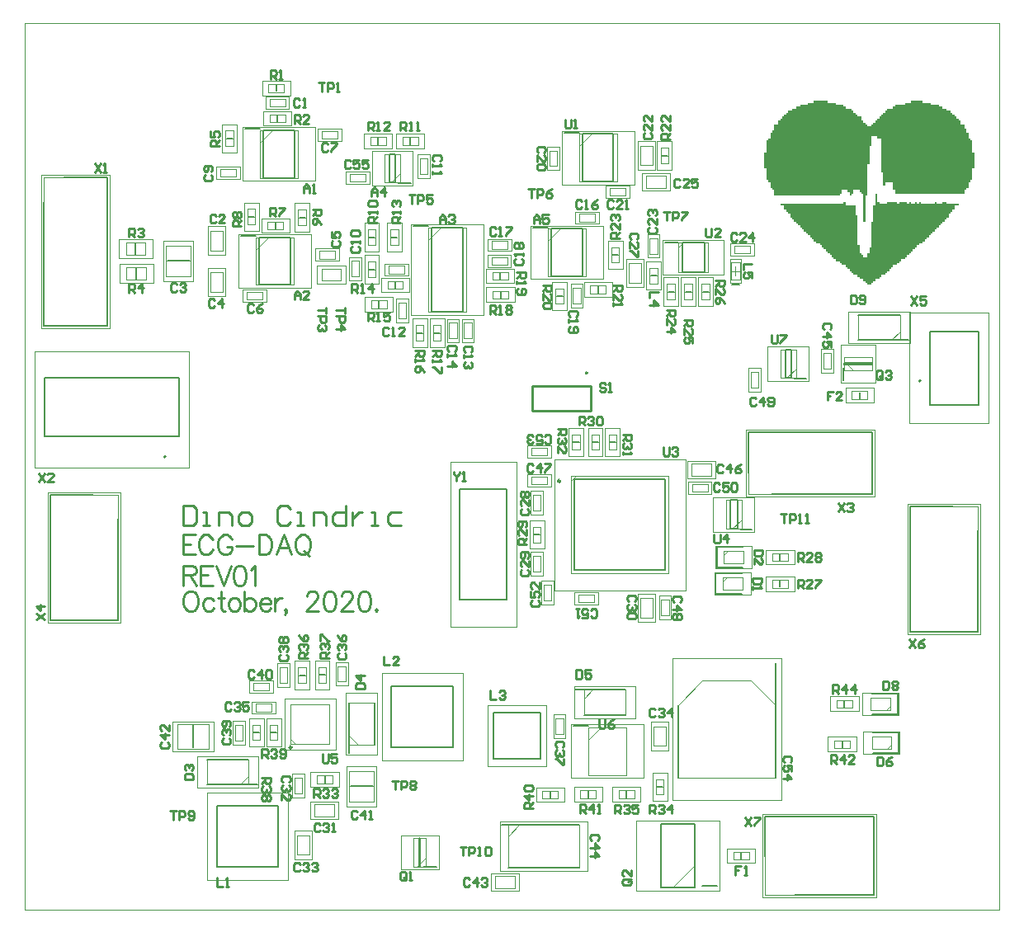
<source format=gto>
G04*
G04 #@! TF.GenerationSoftware,Altium Limited,Altium Designer,20.0.10 (225)*
G04*
G04 Layer_Color=65535*
%FSLAX25Y25*%
%MOIN*%
G70*
G01*
G75*
%ADD10C,0.00787*%
%ADD11C,0.00984*%
%ADD12C,0.01000*%
%ADD13C,0.00394*%
%ADD14C,0.00197*%
G36*
X362728Y325946D02*
X365928D01*
Y325147D01*
X369128D01*
Y324346D01*
X370728D01*
Y323547D01*
X372328D01*
Y322746D01*
X373928D01*
Y321947D01*
X374728D01*
Y321146D01*
X375528D01*
Y320346D01*
X376328D01*
Y319547D01*
X377128D01*
Y318746D01*
X377928D01*
Y317947D01*
Y317146D01*
X379528D01*
Y316347D01*
Y315546D01*
X380328D01*
Y314746D01*
Y313947D01*
X381128D01*
Y313146D01*
Y312347D01*
Y311546D01*
X381928D01*
Y310747D01*
X382728D01*
Y309946D01*
Y309146D01*
Y308347D01*
Y307546D01*
Y306747D01*
Y305946D01*
X383528D01*
Y305147D01*
Y304346D01*
Y303547D01*
Y302747D01*
Y301946D01*
Y301147D01*
Y300346D01*
Y299547D01*
X382728D01*
Y298746D01*
Y297947D01*
Y297147D01*
Y296346D01*
Y295547D01*
Y294746D01*
X381928D01*
Y293947D01*
X381128D01*
Y293146D01*
Y292347D01*
Y291547D01*
X380328D01*
Y290746D01*
X379528D01*
Y289947D01*
Y289146D01*
X351528D01*
Y289947D01*
Y290746D01*
X350728D01*
Y291547D01*
Y292347D01*
Y293146D01*
Y293947D01*
X347528D01*
Y293146D01*
Y292347D01*
X346728D01*
Y293146D01*
Y293947D01*
Y294746D01*
Y295547D01*
Y296346D01*
Y297147D01*
Y297947D01*
X345928D01*
Y298746D01*
Y299547D01*
Y300346D01*
Y301147D01*
Y301946D01*
Y302747D01*
Y303547D01*
Y304346D01*
Y305147D01*
Y305946D01*
Y306747D01*
Y307546D01*
Y308347D01*
Y309146D01*
Y309946D01*
Y310747D01*
Y311546D01*
X344328D01*
Y312347D01*
X341928D01*
Y311546D01*
Y310747D01*
Y309946D01*
Y309146D01*
Y308347D01*
X341128D01*
Y307546D01*
Y306747D01*
Y305946D01*
Y305147D01*
Y304346D01*
Y303547D01*
Y302747D01*
Y301946D01*
Y301147D01*
X340328D01*
Y300346D01*
Y299547D01*
Y298746D01*
Y297947D01*
Y297147D01*
Y296346D01*
Y295547D01*
Y294746D01*
Y293947D01*
Y293146D01*
Y292347D01*
Y291547D01*
Y290746D01*
Y289947D01*
Y289146D01*
Y288347D01*
X339528D01*
Y287546D01*
Y286747D01*
Y285946D01*
Y285146D01*
Y284347D01*
Y283546D01*
Y282747D01*
Y281946D01*
Y281147D01*
Y280346D01*
Y279546D01*
Y278747D01*
Y277946D01*
X338728D01*
Y278747D01*
Y279546D01*
Y280346D01*
Y281147D01*
Y281946D01*
Y282747D01*
Y283546D01*
Y284347D01*
Y285146D01*
Y285946D01*
Y286747D01*
Y287546D01*
Y288347D01*
Y289146D01*
X337928D01*
Y289947D01*
X337128D01*
Y290746D01*
X334728D01*
Y289947D01*
Y289146D01*
X333928D01*
Y288347D01*
X333128D01*
Y289146D01*
Y289947D01*
X332328D01*
Y290746D01*
X329928D01*
Y289947D01*
Y289146D01*
X329128D01*
Y288347D01*
X302728D01*
Y289146D01*
Y289947D01*
Y290746D01*
X301928D01*
Y291547D01*
X301128D01*
Y292347D01*
Y293146D01*
Y293947D01*
X300328D01*
Y294746D01*
X299528D01*
Y295547D01*
Y296346D01*
Y297147D01*
Y297947D01*
Y298746D01*
Y299547D01*
X298728D01*
Y300346D01*
Y301147D01*
Y301946D01*
Y302747D01*
Y303547D01*
Y304346D01*
Y305147D01*
Y305946D01*
X299528D01*
Y306747D01*
Y307546D01*
Y308347D01*
Y309146D01*
Y309946D01*
Y310747D01*
X300328D01*
Y311546D01*
X301128D01*
Y312347D01*
Y313146D01*
Y313947D01*
X301928D01*
Y314746D01*
X302728D01*
Y315546D01*
Y316347D01*
Y317146D01*
X304328D01*
Y317947D01*
Y318746D01*
X305128D01*
Y319547D01*
X305928D01*
Y320346D01*
X306728D01*
Y321146D01*
X307528D01*
Y321947D01*
X308328D01*
Y322746D01*
X309928D01*
Y323547D01*
X311528D01*
Y324346D01*
X313128D01*
Y325147D01*
X316328D01*
Y325946D01*
X318728D01*
Y326747D01*
X324328D01*
Y325946D01*
X327528D01*
Y325147D01*
X330728D01*
Y324346D01*
X331528D01*
Y323547D01*
X333928D01*
Y322746D01*
X334728D01*
Y321947D01*
X335528D01*
Y321146D01*
X336328D01*
Y320346D01*
X337928D01*
Y319547D01*
Y318746D01*
X338728D01*
Y317947D01*
X339528D01*
Y317146D01*
X340328D01*
Y316347D01*
X341928D01*
Y317146D01*
X342728D01*
Y317947D01*
X343528D01*
Y318746D01*
X344328D01*
Y319547D01*
X345128D01*
Y320346D01*
X345928D01*
Y321146D01*
X346728D01*
Y321947D01*
X347528D01*
Y322746D01*
X348328D01*
Y323547D01*
X350728D01*
Y324346D01*
X351528D01*
Y325147D01*
X355528D01*
Y325946D01*
X357928D01*
Y326747D01*
X362728D01*
Y325946D01*
D02*
G37*
G36*
X344328Y288347D02*
Y287546D01*
Y286747D01*
Y285946D01*
X345128D01*
Y285146D01*
X348328D01*
Y285946D01*
X352328D01*
Y285146D01*
X353128D01*
Y285946D01*
X356328D01*
Y285146D01*
X357128D01*
Y285946D01*
X357928D01*
Y285146D01*
X359528D01*
Y285946D01*
X360328D01*
Y285146D01*
X361128D01*
Y285946D01*
X361928D01*
Y285146D01*
X367528D01*
Y285946D01*
X368328D01*
Y285146D01*
X370728D01*
Y285946D01*
X372328D01*
Y285146D01*
X377128D01*
Y284347D01*
X375528D01*
Y283546D01*
Y282747D01*
X374728D01*
Y281946D01*
X373928D01*
Y281147D01*
X373128D01*
Y280346D01*
Y279546D01*
X372328D01*
Y278747D01*
X371528D01*
Y277946D01*
X370728D01*
Y277147D01*
X369928D01*
Y276346D01*
X369128D01*
Y275547D01*
X368328D01*
Y274746D01*
X367528D01*
Y273946D01*
X366728D01*
Y273147D01*
X365928D01*
Y272346D01*
X365128D01*
Y271547D01*
X364328D01*
Y270746D01*
X363528D01*
Y269947D01*
X362728D01*
Y269146D01*
X361128D01*
Y268347D01*
X360328D01*
Y267547D01*
X359528D01*
Y266746D01*
X358728D01*
Y265947D01*
X357928D01*
Y265146D01*
X357128D01*
Y264347D01*
X356328D01*
Y263546D01*
X355528D01*
Y262747D01*
X353928D01*
Y261947D01*
X353128D01*
Y261146D01*
X352328D01*
Y260347D01*
X350728D01*
Y259546D01*
X349928D01*
Y258747D01*
X349128D01*
Y257946D01*
X348328D01*
Y257147D01*
X347528D01*
Y256347D01*
X345928D01*
Y255546D01*
X345128D01*
Y254747D01*
X343528D01*
Y253946D01*
X342728D01*
Y253147D01*
X341928D01*
Y252346D01*
X340328D01*
Y253147D01*
X339528D01*
Y253946D01*
X338728D01*
Y254747D01*
X337128D01*
Y255546D01*
X336328D01*
Y256347D01*
X334728D01*
Y257147D01*
X333928D01*
Y257946D01*
X333128D01*
Y258747D01*
X332328D01*
Y259546D01*
X331528D01*
Y260347D01*
X329928D01*
Y261146D01*
X329128D01*
Y261947D01*
X327528D01*
Y262747D01*
X326728D01*
Y263546D01*
X325928D01*
Y264347D01*
X325128D01*
Y265146D01*
X324328D01*
Y265947D01*
X323528D01*
Y266746D01*
X322728D01*
Y267547D01*
X321928D01*
Y268347D01*
X321128D01*
Y269146D01*
X319528D01*
Y269947D01*
X318728D01*
Y270746D01*
X317928D01*
Y271547D01*
X317128D01*
Y272346D01*
X316328D01*
Y273147D01*
X315528D01*
Y273946D01*
X314728D01*
Y274746D01*
X313928D01*
Y275547D01*
X313128D01*
Y276346D01*
X312328D01*
Y277147D01*
X311528D01*
Y277946D01*
X310728D01*
Y278747D01*
X309928D01*
Y279546D01*
X309128D01*
Y280346D01*
Y281147D01*
X308328D01*
Y281946D01*
X307528D01*
Y282747D01*
X306728D01*
Y283546D01*
Y284347D01*
X305128D01*
Y285146D01*
X330728D01*
Y285946D01*
X331528D01*
Y285146D01*
Y284347D01*
X335528D01*
Y283546D01*
Y282747D01*
Y281946D01*
Y281147D01*
Y280346D01*
X336328D01*
Y279546D01*
Y278747D01*
Y277946D01*
Y277147D01*
Y276346D01*
Y275547D01*
Y274746D01*
Y273946D01*
Y273147D01*
Y272346D01*
Y271547D01*
Y270746D01*
Y269947D01*
Y269146D01*
Y268347D01*
X337128D01*
Y267547D01*
Y266746D01*
Y265947D01*
Y265146D01*
X337928D01*
Y264347D01*
X338728D01*
Y263546D01*
X340328D01*
Y264347D01*
Y265146D01*
X341128D01*
Y265947D01*
Y266746D01*
Y267547D01*
X341928D01*
Y268347D01*
Y269146D01*
Y269947D01*
Y270746D01*
Y271547D01*
Y272346D01*
Y273147D01*
Y273946D01*
Y274746D01*
Y275547D01*
Y276346D01*
Y277147D01*
Y277946D01*
X342728D01*
Y278747D01*
Y279546D01*
Y280346D01*
Y281147D01*
Y281946D01*
Y282747D01*
Y283546D01*
Y284347D01*
X343528D01*
Y285146D01*
Y285946D01*
Y286747D01*
Y287546D01*
Y288347D01*
Y289146D01*
X344328D01*
Y288347D01*
D02*
G37*
D10*
X361910Y213583D02*
G03*
X361122Y213583I-394J0D01*
G01*
D02*
G03*
X361910Y213583I394J0D01*
G01*
X56858Y182945D02*
G03*
X56071Y182945I-394J0D01*
G01*
D02*
G03*
X56858Y182945I394J0D01*
G01*
X284842Y153890D02*
X287795D01*
X284842D02*
Y165402D01*
X287795D01*
Y153890D02*
Y165402D01*
X289173Y153347D02*
X293701D01*
X310925Y214567D02*
X315650D01*
X309547Y214764D02*
Y226181D01*
X307185D02*
X309547D01*
X307185Y214764D02*
Y226181D01*
Y214764D02*
X309547D01*
X330709Y213779D02*
Y218898D01*
X330866Y220276D02*
X342362D01*
Y220669D01*
X330866D02*
X342362D01*
X330866Y220276D02*
Y220669D01*
X256890Y8858D02*
X270669D01*
X256890D02*
Y34449D01*
X270669D01*
Y8858D02*
Y34449D01*
X273622Y9449D02*
X279528D01*
X265472Y269406D02*
X274528D01*
Y257594D02*
Y269406D01*
X265472Y257594D02*
X274528D01*
X265472D02*
Y269406D01*
X258583D02*
X264094D01*
X217795Y313965D02*
X223807D01*
X225185Y294153D02*
Y313461D01*
Y294153D02*
X237768D01*
Y313461D01*
X225185D02*
X237768D01*
X164201Y275528D02*
X176799D01*
Y241472D02*
Y275528D01*
X164201Y241472D02*
X176799D01*
X164201D02*
Y275528D01*
X156819Y276157D02*
X162823D01*
X221555Y74134D02*
X227559D01*
X336661Y240256D02*
X353496D01*
X336661Y230020D02*
X356929D01*
X7717Y235862D02*
Y285980D01*
Y235862D02*
X33307D01*
Y295744D01*
X15748D02*
X33307D01*
X385039Y112205D02*
Y153032D01*
X357638Y112205D02*
X385039D01*
X357638D02*
Y162874D01*
X375000D01*
X311024Y5906D02*
X342913D01*
Y37402D01*
X298819D02*
X342913D01*
X298819Y21654D02*
Y37402D01*
X301575Y167913D02*
X342224D01*
Y192717D01*
X292421D02*
X342224D01*
X292421Y176378D02*
Y192717D01*
X45000Y254933D02*
Y259067D01*
X331102Y81890D02*
Y84252D01*
X222012Y137063D02*
Y173677D01*
Y137063D02*
X258626D01*
Y173677D01*
X222012D02*
X258626D01*
X342126Y87205D02*
X352559D01*
Y78937D02*
Y87205D01*
X342126Y78937D02*
X352559D01*
X285728Y252461D02*
X288484D01*
X192768Y34063D02*
X223870D01*
X195130Y16937D02*
X223870D01*
X67913Y65354D02*
Y74409D01*
X57480Y262028D02*
X66535D01*
X263815Y53122D02*
Y82650D01*
X303185Y53122D02*
Y99579D01*
X88835Y315449D02*
X94846D01*
X96224Y295638D02*
Y314945D01*
Y295638D02*
X108807D01*
Y314945D01*
X96224D02*
X108807D01*
X87319Y272158D02*
X93331D01*
X94709Y252346D02*
Y271654D01*
Y252346D02*
X107291D01*
Y271654D01*
X94709D02*
X107291D01*
X147319Y293791D02*
X149681D01*
X147319D02*
Y305209D01*
X149681D01*
Y293791D02*
Y305209D01*
X151059Y293595D02*
X155783D01*
X205319Y275658D02*
X211331D01*
X212709Y255847D02*
Y275153D01*
Y255847D02*
X225291D01*
Y275153D01*
X212709D02*
X225291D01*
X131472Y49685D02*
X140528D01*
X279098Y135685D02*
X289531D01*
X279098Y127417D02*
Y135685D01*
Y127417D02*
X289531D01*
X279492Y146512D02*
X289925D01*
X279492Y138244D02*
Y146512D01*
Y138244D02*
X289925D01*
X73583Y60618D02*
X90417D01*
X73583Y50382D02*
X93850D01*
X141118Y66583D02*
Y83417D01*
X130882Y63150D02*
Y83417D01*
X225835Y78543D02*
X242669D01*
X222402Y88779D02*
X242669D01*
X342520Y63189D02*
X352953D01*
Y71457D01*
X342520D02*
X352953D01*
X289370Y20472D02*
Y22835D01*
X337205Y206594D02*
Y208957D01*
X252819Y256150D02*
X255181D01*
X161075Y17095D02*
X166193D01*
X159697Y17252D02*
Y28748D01*
X159303D02*
X159697D01*
X159303Y17252D02*
Y28748D01*
Y17252D02*
X159697D01*
X101575Y330709D02*
Y333071D01*
X101969Y318504D02*
Y320866D01*
X44740Y264933D02*
Y269067D01*
X81496Y311571D02*
X83858D01*
X110819Y279650D02*
X113181D01*
X101181Y275197D02*
Y277559D01*
X90354Y279882D02*
X92716D01*
X138976Y258661D02*
X141339D01*
X138976Y271654D02*
X141339D01*
X155650Y309319D02*
Y311681D01*
X142650Y309319D02*
Y311681D01*
X148031Y271654D02*
X150394D01*
X149606Y251181D02*
Y253543D01*
X143000Y243319D02*
Y245681D01*
X158319Y233000D02*
X160681D01*
X165319D02*
X167681D01*
X192126Y247244D02*
Y249606D01*
X192000Y254819D02*
Y257181D01*
X214819Y247850D02*
X217181D01*
X231500Y249319D02*
Y251681D01*
X257185Y304626D02*
X259547D01*
X237319Y264500D02*
X239681D01*
X259819Y249650D02*
X262181D01*
X266819D02*
X269181D01*
X273819D02*
X276181D01*
X305083Y130370D02*
Y132732D01*
Y141197D02*
Y143559D01*
X205673Y151433D02*
X208035D01*
X229295Y188835D02*
X231658D01*
X236185D02*
X238547D01*
X221421D02*
X223783D01*
X121150Y51319D02*
Y53681D01*
X255319Y49500D02*
X257681D01*
X243000Y45319D02*
Y47681D01*
X110819Y94650D02*
X113181D01*
X118961Y94685D02*
X121323D01*
X92319Y71500D02*
X94681D01*
X99319D02*
X101681D01*
X212175Y45199D02*
Y47561D01*
X227500Y45319D02*
Y47681D01*
X330118Y65551D02*
Y67913D01*
X37598Y116969D02*
Y157795D01*
X10197Y116969D02*
X37598D01*
X10197D02*
Y167638D01*
X27559D01*
X365748Y203937D02*
X385433D01*
X365748D02*
Y233465D01*
X385433D01*
Y203937D02*
Y233465D01*
X189370Y79626D02*
X208268D01*
Y60728D02*
Y79626D01*
X189370Y60728D02*
X208268D01*
X189370D02*
Y79626D01*
X8039Y214835D02*
X62370D01*
Y191213D02*
Y214835D01*
X8039Y191213D02*
X62370D01*
X8039D02*
Y214835D01*
X194650Y125055D02*
Y169937D01*
X175752Y125055D02*
X194650D01*
X175752D02*
Y169937D01*
X194650D01*
X172898Y65354D02*
Y90158D01*
X148094Y65354D02*
X172898D01*
X148094D02*
Y90158D01*
X172898D01*
X77598Y17098D02*
Y41902D01*
X102402D01*
Y17098D02*
Y41902D01*
X77598Y17098D02*
X102402D01*
D11*
X216303Y173087D02*
G03*
X216303Y173087I-492J0D01*
G01*
X107839Y65453D02*
G03*
X107839Y65453I-492J0D01*
G01*
D12*
X227215Y216791D02*
G03*
X227215Y216791I-325J0D01*
G01*
X226390Y211472D02*
X228508D01*
X204886D02*
X206933D01*
X212760D02*
X220634D01*
X204886Y201630D02*
X213902D01*
X204886D02*
Y211472D01*
X219646Y201630D02*
X228508D01*
Y211472D01*
X63992Y163104D02*
Y155232D01*
X67928D01*
X69240Y156544D01*
Y161792D01*
X67928Y163104D01*
X63992D01*
X71864Y155232D02*
X74487D01*
X73176D01*
Y160480D01*
X71864D01*
X78423Y155232D02*
Y160480D01*
X82359D01*
X83671Y159168D01*
Y155232D01*
X87607D02*
X90230D01*
X91542Y156544D01*
Y159168D01*
X90230Y160480D01*
X87607D01*
X86295Y159168D01*
Y156544D01*
X87607Y155232D01*
X107285Y161792D02*
X105973Y163104D01*
X103349D01*
X102038Y161792D01*
Y156544D01*
X103349Y155232D01*
X105973D01*
X107285Y156544D01*
X109909Y155232D02*
X112533D01*
X111221D01*
Y160480D01*
X109909D01*
X116469Y155232D02*
Y160480D01*
X120404D01*
X121716Y159168D01*
Y155232D01*
X129588Y163104D02*
Y155232D01*
X125652D01*
X124340Y156544D01*
Y159168D01*
X125652Y160480D01*
X129588D01*
X132212D02*
Y155232D01*
Y157856D01*
X133523Y159168D01*
X134835Y160480D01*
X136147D01*
X140083Y155232D02*
X142707D01*
X141395D01*
Y160480D01*
X140083D01*
X151890D02*
X147955D01*
X146643Y159168D01*
Y156544D01*
X147955Y155232D01*
X151890D01*
X66241Y128482D02*
X65492Y128107D01*
X64742Y127357D01*
X64367Y126608D01*
X63992Y125483D01*
Y123609D01*
X64367Y122484D01*
X64742Y121734D01*
X65492Y120985D01*
X66241Y120610D01*
X67741D01*
X68491Y120985D01*
X69240Y121734D01*
X69615Y122484D01*
X69990Y123609D01*
Y125483D01*
X69615Y126608D01*
X69240Y127357D01*
X68491Y128107D01*
X67741Y128482D01*
X66241D01*
X76326Y124733D02*
X75576Y125483D01*
X74826Y125858D01*
X73701D01*
X72952Y125483D01*
X72202Y124733D01*
X71827Y123609D01*
Y122859D01*
X72202Y121734D01*
X72952Y120985D01*
X73701Y120610D01*
X74826D01*
X75576Y120985D01*
X76326Y121734D01*
X79137Y128482D02*
Y122109D01*
X79512Y120985D01*
X80262Y120610D01*
X81011D01*
X78012Y125858D02*
X80637D01*
X84010D02*
X83261Y125483D01*
X82511Y124733D01*
X82136Y123609D01*
Y122859D01*
X82511Y121734D01*
X83261Y120985D01*
X84010Y120610D01*
X85135D01*
X85885Y120985D01*
X86634Y121734D01*
X87009Y122859D01*
Y123609D01*
X86634Y124733D01*
X85885Y125483D01*
X85135Y125858D01*
X84010D01*
X88734Y128482D02*
Y120610D01*
Y124733D02*
X89483Y125483D01*
X90233Y125858D01*
X91358D01*
X92108Y125483D01*
X92857Y124733D01*
X93232Y123609D01*
Y122859D01*
X92857Y121734D01*
X92108Y120985D01*
X91358Y120610D01*
X90233D01*
X89483Y120985D01*
X88734Y121734D01*
X94919Y123609D02*
X99418D01*
Y124358D01*
X99043Y125108D01*
X98668Y125483D01*
X97918Y125858D01*
X96794D01*
X96044Y125483D01*
X95294Y124733D01*
X94919Y123609D01*
Y122859D01*
X95294Y121734D01*
X96044Y120985D01*
X96794Y120610D01*
X97918D01*
X98668Y120985D01*
X99418Y121734D01*
X101104Y125858D02*
Y120610D01*
Y123609D02*
X101479Y124733D01*
X102229Y125483D01*
X102979Y125858D01*
X104104D01*
X105566Y120985D02*
X105191Y120610D01*
X104816Y120985D01*
X105191Y121360D01*
X105566Y120985D01*
Y120235D01*
X105191Y119485D01*
X104816Y119110D01*
X113850Y126608D02*
Y126983D01*
X114225Y127732D01*
X114600Y128107D01*
X115350Y128482D01*
X116849D01*
X117599Y128107D01*
X117974Y127732D01*
X118349Y126983D01*
Y126233D01*
X117974Y125483D01*
X117224Y124358D01*
X113475Y120610D01*
X118724D01*
X122735Y128482D02*
X121610Y128107D01*
X120860Y126983D01*
X120485Y125108D01*
Y123984D01*
X120860Y122109D01*
X121610Y120985D01*
X122735Y120610D01*
X123484D01*
X124609Y120985D01*
X125359Y122109D01*
X125734Y123984D01*
Y125108D01*
X125359Y126983D01*
X124609Y128107D01*
X123484Y128482D01*
X122735D01*
X127871Y126608D02*
Y126983D01*
X128245Y127732D01*
X128620Y128107D01*
X129370Y128482D01*
X130869D01*
X131619Y128107D01*
X131994Y127732D01*
X132369Y126983D01*
Y126233D01*
X131994Y125483D01*
X131244Y124358D01*
X127496Y120610D01*
X132744D01*
X136755Y128482D02*
X135630Y128107D01*
X134881Y126983D01*
X134506Y125108D01*
Y123984D01*
X134881Y122109D01*
X135630Y120985D01*
X136755Y120610D01*
X137505D01*
X138629Y120985D01*
X139379Y122109D01*
X139754Y123984D01*
Y125108D01*
X139379Y126983D01*
X138629Y128107D01*
X137505Y128482D01*
X136755D01*
X141891Y121360D02*
X141516Y120985D01*
X141891Y120610D01*
X142266Y120985D01*
X141891Y121360D01*
X63992Y138794D02*
Y130921D01*
Y138794D02*
X67366D01*
X68491Y138419D01*
X68866Y138044D01*
X69240Y137294D01*
Y136544D01*
X68866Y135795D01*
X68491Y135420D01*
X67366Y135045D01*
X63992D01*
X66616D02*
X69240Y130921D01*
X75876Y138794D02*
X71002D01*
Y130921D01*
X75876D01*
X71002Y135045D02*
X74001D01*
X77188Y138794D02*
X80187Y130921D01*
X83186Y138794D02*
X80187Y130921D01*
X86447Y138794D02*
X85322Y138419D01*
X84573Y137294D01*
X84198Y135420D01*
Y134295D01*
X84573Y132421D01*
X85322Y131296D01*
X86447Y130921D01*
X87197D01*
X88321Y131296D01*
X89071Y132421D01*
X89446Y134295D01*
Y135420D01*
X89071Y137294D01*
X88321Y138419D01*
X87197Y138794D01*
X86447D01*
X91208Y137294D02*
X91958Y137669D01*
X93082Y138794D01*
Y130921D01*
X68866Y151354D02*
X63992D01*
Y143482D01*
X68866D01*
X63992Y147606D02*
X66991D01*
X75801Y149480D02*
X75426Y150230D01*
X74676Y150979D01*
X73926Y151354D01*
X72427D01*
X71677Y150979D01*
X70927Y150230D01*
X70552Y149480D01*
X70178Y148355D01*
Y146481D01*
X70552Y145356D01*
X70927Y144607D01*
X71677Y143857D01*
X72427Y143482D01*
X73926D01*
X74676Y143857D01*
X75426Y144607D01*
X75801Y145356D01*
X83635Y149480D02*
X83261Y150230D01*
X82511Y150979D01*
X81761Y151354D01*
X80262D01*
X79512Y150979D01*
X78762Y150230D01*
X78387Y149480D01*
X78012Y148355D01*
Y146481D01*
X78387Y145356D01*
X78762Y144607D01*
X79512Y143857D01*
X80262Y143482D01*
X81761D01*
X82511Y143857D01*
X83261Y144607D01*
X83635Y145356D01*
Y146481D01*
X81761D02*
X83635D01*
X85435Y146856D02*
X92183D01*
X94507Y151354D02*
Y143482D01*
Y151354D02*
X97131D01*
X98255Y150979D01*
X99005Y150230D01*
X99380Y149480D01*
X99755Y148355D01*
Y146481D01*
X99380Y145356D01*
X99005Y144607D01*
X98255Y143857D01*
X97131Y143482D01*
X94507D01*
X107515D02*
X104516Y151354D01*
X101517Y143482D01*
X102642Y146106D02*
X106390D01*
X111601Y151354D02*
X110851Y150979D01*
X110101Y150230D01*
X109727Y149480D01*
X109352Y148355D01*
Y146481D01*
X109727Y145356D01*
X110101Y144607D01*
X110851Y143857D01*
X111601Y143482D01*
X113101D01*
X113850Y143857D01*
X114600Y144607D01*
X114975Y145356D01*
X115350Y146481D01*
Y148355D01*
X114975Y149480D01*
X114600Y150230D01*
X113850Y150979D01*
X113101Y151354D01*
X111601D01*
X112726Y144982D02*
X114975Y142732D01*
X244291Y12205D02*
X241930D01*
X241339Y11614D01*
Y10434D01*
X241930Y9843D01*
X244291D01*
X244881Y10434D01*
Y11614D01*
X243701Y11024D02*
X244881Y12205D01*
Y11614D02*
X244291Y12205D01*
X244881Y15747D02*
Y13386D01*
X242520Y15747D01*
X241930D01*
X241339Y15157D01*
Y13976D01*
X241930Y13386D01*
X131497Y302362D02*
X130906Y302952D01*
X129726D01*
X129135Y302362D01*
Y300000D01*
X129726Y299410D01*
X130906D01*
X131497Y300000D01*
X135039Y302952D02*
X132677D01*
Y301181D01*
X133858Y301771D01*
X134449D01*
X135039Y301181D01*
Y300000D01*
X134449Y299410D01*
X133268D01*
X132677Y300000D01*
X138581Y302952D02*
X136220D01*
Y301181D01*
X137400Y301771D01*
X137991D01*
X138581Y301181D01*
Y300000D01*
X137991Y299410D01*
X136810D01*
X136220Y300000D01*
X309181Y59361D02*
X309771Y59952D01*
Y61133D01*
X309181Y61723D01*
X306819D01*
X306229Y61133D01*
Y59952D01*
X306819Y59361D01*
X309771Y55819D02*
Y58181D01*
X308000D01*
X308590Y57000D01*
Y56410D01*
X308000Y55819D01*
X306819D01*
X306229Y56410D01*
Y57590D01*
X306819Y58181D01*
X306229Y52868D02*
X309771D01*
X308000Y54639D01*
Y52277D01*
X173139Y176771D02*
Y176181D01*
X174319Y175000D01*
X175500Y176181D01*
Y176771D01*
X174319Y175000D02*
Y173229D01*
X176681D02*
X177861D01*
X177271D01*
Y176771D01*
X176681Y176181D01*
X291048Y37271D02*
X293410Y33729D01*
Y37271D02*
X291048Y33729D01*
X294590Y37271D02*
X296952D01*
Y36681D01*
X294590Y34319D01*
Y33729D01*
X357284Y109212D02*
X359646Y105670D01*
Y109212D02*
X357284Y105670D01*
X363188Y109212D02*
X362007Y108622D01*
X360827Y107441D01*
Y106260D01*
X361417Y105670D01*
X362598D01*
X363188Y106260D01*
Y106851D01*
X362598Y107441D01*
X360827D01*
X358007Y247808D02*
X360368Y244266D01*
Y247808D02*
X358007Y244266D01*
X363911Y247808D02*
X361549D01*
Y246037D01*
X362730Y246628D01*
X363320D01*
X363911Y246037D01*
Y244857D01*
X363320Y244266D01*
X362140D01*
X361549Y244857D01*
X4528Y117127D02*
X8070Y119488D01*
X4528D02*
X8070Y117127D01*
Y122440D02*
X4528D01*
X6299Y120669D01*
Y123031D01*
X328548Y164271D02*
X330910Y160729D01*
Y164271D02*
X328548Y160729D01*
X332090Y163681D02*
X332681Y164271D01*
X333861D01*
X334452Y163681D01*
Y163090D01*
X333861Y162500D01*
X333271D01*
X333861D01*
X334452Y161910D01*
Y161319D01*
X333861Y160729D01*
X332681D01*
X332090Y161319D01*
X5548Y176271D02*
X7910Y172729D01*
Y176271D02*
X5548Y172729D01*
X11452D02*
X9090D01*
X11452Y175090D01*
Y175681D01*
X10861Y176271D01*
X9681D01*
X9090Y175681D01*
X28150Y301531D02*
X30512Y297989D01*
Y301531D02*
X28150Y297989D01*
X31692D02*
X32873D01*
X32283D01*
Y301531D01*
X31692Y300941D01*
X301548Y232271D02*
Y229319D01*
X302139Y228729D01*
X303319D01*
X303910Y229319D01*
Y232271D01*
X305090D02*
X307452D01*
Y231681D01*
X305090Y229319D01*
Y228729D01*
X232048Y76771D02*
Y73819D01*
X232639Y73229D01*
X233819D01*
X234410Y73819D01*
Y76771D01*
X237952D02*
X236771Y76181D01*
X235590Y75000D01*
Y73819D01*
X236181Y73229D01*
X237361D01*
X237952Y73819D01*
Y74410D01*
X237361Y75000D01*
X235590D01*
X120143Y62795D02*
Y59843D01*
X120733Y59253D01*
X121914D01*
X122504Y59843D01*
Y62795D01*
X126046D02*
X123685D01*
Y61024D01*
X124866Y61614D01*
X125456D01*
X126046Y61024D01*
Y59843D01*
X125456Y59253D01*
X124275D01*
X123685Y59843D01*
X278446Y151574D02*
Y148622D01*
X279036Y148032D01*
X280217D01*
X280807Y148622D01*
Y151574D01*
X283759Y148032D02*
Y151574D01*
X281988Y149803D01*
X284349D01*
X257875Y186810D02*
Y183859D01*
X258465Y183268D01*
X259646D01*
X260236Y183859D01*
Y186810D01*
X261417Y186220D02*
X262007Y186810D01*
X263188D01*
X263779Y186220D01*
Y185630D01*
X263188Y185039D01*
X262598D01*
X263188D01*
X263779Y184449D01*
Y183859D01*
X263188Y183268D01*
X262007D01*
X261417Y183859D01*
X275048Y275271D02*
Y272319D01*
X275639Y271729D01*
X276819D01*
X277410Y272319D01*
Y275271D01*
X280952Y271729D02*
X278590D01*
X280952Y274090D01*
Y274681D01*
X280361Y275271D01*
X279181D01*
X278590Y274681D01*
X218139Y319271D02*
Y316319D01*
X218729Y315729D01*
X219910D01*
X220500Y316319D01*
Y319271D01*
X221681Y315729D02*
X222861D01*
X222271D01*
Y319271D01*
X221681Y318681D01*
X305392Y159771D02*
X307753D01*
X306572D01*
Y156229D01*
X308934D02*
Y159771D01*
X310705D01*
X311295Y159181D01*
Y158000D01*
X310705Y157410D01*
X308934D01*
X312476Y156229D02*
X313657D01*
X313066D01*
Y159771D01*
X312476Y159181D01*
X315428Y156229D02*
X316608D01*
X316018D01*
Y159771D01*
X315428Y159181D01*
X175801Y25271D02*
X178163D01*
X176982D01*
Y21729D01*
X179343D02*
Y25271D01*
X181114D01*
X181705Y24681D01*
Y23500D01*
X181114Y22910D01*
X179343D01*
X182886Y21729D02*
X184066D01*
X183476D01*
Y25271D01*
X182886Y24681D01*
X185837D02*
X186428Y25271D01*
X187608D01*
X188199Y24681D01*
Y22319D01*
X187608Y21729D01*
X186428D01*
X185837Y22319D01*
Y24681D01*
X58777Y39771D02*
X61139D01*
X59958D01*
Y36229D01*
X62319D02*
Y39771D01*
X64090D01*
X64681Y39181D01*
Y38000D01*
X64090Y37410D01*
X62319D01*
X65861Y36819D02*
X66452Y36229D01*
X67633D01*
X68223Y36819D01*
Y39181D01*
X67633Y39771D01*
X66452D01*
X65861Y39181D01*
Y38590D01*
X66452Y38000D01*
X68223D01*
X148427Y51968D02*
X150788D01*
X149607D01*
Y48426D01*
X151969D02*
Y51968D01*
X153740D01*
X154330Y51378D01*
Y50197D01*
X153740Y49606D01*
X151969D01*
X155511Y51378D02*
X156101Y51968D01*
X157282D01*
X157872Y51378D01*
Y50787D01*
X157282Y50197D01*
X157872Y49606D01*
Y49016D01*
X157282Y48426D01*
X156101D01*
X155511Y49016D01*
Y49606D01*
X156101Y50197D01*
X155511Y50787D01*
Y51378D01*
X156101Y50197D02*
X157282D01*
X258096Y281976D02*
X260457D01*
X259277D01*
Y278434D01*
X261638D02*
Y281976D01*
X263409D01*
X264000Y281385D01*
Y280205D01*
X263409Y279614D01*
X261638D01*
X265180Y281976D02*
X267542D01*
Y281385D01*
X265180Y279024D01*
Y278434D01*
X203438Y291129D02*
X205800D01*
X204619D01*
Y287587D01*
X206981D02*
Y291129D01*
X208752D01*
X209342Y290539D01*
Y289358D01*
X208752Y288768D01*
X206981D01*
X212884Y291129D02*
X211704Y290539D01*
X210523Y289358D01*
Y288178D01*
X211113Y287587D01*
X212294D01*
X212884Y288178D01*
Y288768D01*
X212294Y289358D01*
X210523D01*
X155120Y288767D02*
X157481D01*
X156300D01*
Y285225D01*
X158662D02*
Y288767D01*
X160433D01*
X161023Y288177D01*
Y286996D01*
X160433Y286406D01*
X158662D01*
X164565Y288767D02*
X162204D01*
Y286996D01*
X163385Y287586D01*
X163975D01*
X164565Y286996D01*
Y285815D01*
X163975Y285225D01*
X162794D01*
X162204Y285815D01*
X129271Y243223D02*
Y240861D01*
Y242042D01*
X125729D01*
Y239681D02*
X129271D01*
Y237910D01*
X128681Y237319D01*
X127500D01*
X126910Y237910D01*
Y239681D01*
X125729Y234367D02*
X129271D01*
X127500Y236139D01*
Y233777D01*
X121771Y243223D02*
Y240861D01*
Y242042D01*
X118229D01*
Y239681D02*
X121771D01*
Y237910D01*
X121181Y237319D01*
X120000D01*
X119410Y237910D01*
Y239681D01*
X121181Y236139D02*
X121771Y235548D01*
Y234367D01*
X121181Y233777D01*
X120590D01*
X120000Y234367D01*
Y234958D01*
Y234367D01*
X119410Y233777D01*
X118819D01*
X118229Y234367D01*
Y235548D01*
X118819Y236139D01*
X118702Y334054D02*
X121064D01*
X119883D01*
Y330512D01*
X122244D02*
Y334054D01*
X124015D01*
X124606Y333464D01*
Y332283D01*
X124015Y331693D01*
X122244D01*
X125786Y330512D02*
X126967D01*
X126377D01*
Y334054D01*
X125786Y333464D01*
X234500Y212181D02*
X233910Y212771D01*
X232729D01*
X232139Y212181D01*
Y211590D01*
X232729Y211000D01*
X233910D01*
X234500Y210410D01*
Y209819D01*
X233910Y209229D01*
X232729D01*
X232139Y209819D01*
X235681Y209229D02*
X236861D01*
X236271D01*
Y212771D01*
X235681Y212181D01*
X326379Y87205D02*
Y90747D01*
X328151D01*
X328741Y90157D01*
Y88976D01*
X328151Y88386D01*
X326379D01*
X327560D02*
X328741Y87205D01*
X331693D02*
Y90747D01*
X329922Y88976D01*
X332283D01*
X335235Y87205D02*
Y90747D01*
X333464Y88976D01*
X335825D01*
X325592Y58859D02*
Y62401D01*
X327363D01*
X327954Y61811D01*
Y60630D01*
X327363Y60040D01*
X325592D01*
X326773D02*
X327954Y58859D01*
X330905D02*
Y62401D01*
X329134Y60630D01*
X331496D01*
X335038Y58859D02*
X332676D01*
X335038Y61220D01*
Y61811D01*
X334448Y62401D01*
X333267D01*
X332676Y61811D01*
X224155Y38823D02*
Y42366D01*
X225926D01*
X226516Y41775D01*
Y40595D01*
X225926Y40004D01*
X224155D01*
X225336D02*
X226516Y38823D01*
X229468D02*
Y42366D01*
X227697Y40595D01*
X230059D01*
X231239Y38823D02*
X232420D01*
X231830D01*
Y42366D01*
X231239Y41775D01*
X205285Y40673D02*
X201743D01*
Y42444D01*
X202333Y43034D01*
X203514D01*
X204104Y42444D01*
Y40673D01*
Y41853D02*
X205285Y43034D01*
Y45986D02*
X201743D01*
X203514Y44215D01*
Y46576D01*
X202333Y47757D02*
X201743Y48347D01*
Y49528D01*
X202333Y50118D01*
X204695D01*
X205285Y49528D01*
Y48347D01*
X204695Y47757D01*
X202333D01*
X95777Y61229D02*
Y64771D01*
X97548D01*
X98139Y64181D01*
Y63000D01*
X97548Y62410D01*
X95777D01*
X96958D02*
X98139Y61229D01*
X99319Y64181D02*
X99910Y64771D01*
X101090D01*
X101681Y64181D01*
Y63590D01*
X101090Y63000D01*
X100500D01*
X101090D01*
X101681Y62410D01*
Y61819D01*
X101090Y61229D01*
X99910D01*
X99319Y61819D01*
X102861D02*
X103452Y61229D01*
X104632D01*
X105223Y61819D01*
Y64181D01*
X104632Y64771D01*
X103452D01*
X102861Y64181D01*
Y63590D01*
X103452Y63000D01*
X105223D01*
X95729Y53223D02*
X99271D01*
Y51452D01*
X98681Y50861D01*
X97500D01*
X96910Y51452D01*
Y53223D01*
Y52042D02*
X95729Y50861D01*
X98681Y49681D02*
X99271Y49090D01*
Y47910D01*
X98681Y47319D01*
X98090D01*
X97500Y47910D01*
Y48500D01*
Y47910D01*
X96910Y47319D01*
X96319D01*
X95729Y47910D01*
Y49090D01*
X96319Y49681D01*
X98681Y46139D02*
X99271Y45548D01*
Y44368D01*
X98681Y43777D01*
X98090D01*
X97500Y44368D01*
X96910Y43777D01*
X96319D01*
X95729Y44368D01*
Y45548D01*
X96319Y46139D01*
X96910D01*
X97500Y45548D01*
X98090Y46139D01*
X98681D01*
X97500Y45548D02*
Y44368D01*
X122897Y101576D02*
X119355D01*
Y103347D01*
X119945Y103938D01*
X121126D01*
X121716Y103347D01*
Y101576D01*
Y102757D02*
X122897Y103938D01*
X119945Y105119D02*
X119355Y105709D01*
Y106890D01*
X119945Y107480D01*
X120536D01*
X121126Y106890D01*
Y106299D01*
Y106890D01*
X121716Y107480D01*
X122307D01*
X122897Y106890D01*
Y105709D01*
X122307Y105119D01*
X119355Y108661D02*
Y111022D01*
X119945D01*
X122307Y108661D01*
X122897D01*
X114271Y101427D02*
X110729D01*
Y103198D01*
X111319Y103788D01*
X112500D01*
X113090Y103198D01*
Y101427D01*
Y102608D02*
X114271Y103788D01*
X111319Y104969D02*
X110729Y105559D01*
Y106740D01*
X111319Y107330D01*
X111910D01*
X112500Y106740D01*
Y106150D01*
Y106740D01*
X113090Y107330D01*
X113681D01*
X114271Y106740D01*
Y105559D01*
X113681Y104969D01*
X110729Y110872D02*
X111319Y109692D01*
X112500Y108511D01*
X113681D01*
X114271Y109101D01*
Y110282D01*
X113681Y110872D01*
X113090D01*
X112500Y110282D01*
Y108511D01*
X238277Y38729D02*
Y42271D01*
X240048D01*
X240639Y41681D01*
Y40500D01*
X240048Y39910D01*
X238277D01*
X239458D02*
X240639Y38729D01*
X241819Y41681D02*
X242410Y42271D01*
X243590D01*
X244181Y41681D01*
Y41090D01*
X243590Y40500D01*
X243000D01*
X243590D01*
X244181Y39910D01*
Y39319D01*
X243590Y38729D01*
X242410D01*
X241819Y39319D01*
X247723Y42271D02*
X245361D01*
Y40500D01*
X246542Y41090D01*
X247132D01*
X247723Y40500D01*
Y39319D01*
X247132Y38729D01*
X245952D01*
X245361Y39319D01*
X252277Y38729D02*
Y42271D01*
X254048D01*
X254639Y41681D01*
Y40500D01*
X254048Y39910D01*
X252277D01*
X253458D02*
X254639Y38729D01*
X255819Y41681D02*
X256410Y42271D01*
X257590D01*
X258181Y41681D01*
Y41090D01*
X257590Y40500D01*
X257000D01*
X257590D01*
X258181Y39910D01*
Y39319D01*
X257590Y38729D01*
X256410D01*
X255819Y39319D01*
X261133Y38729D02*
Y42271D01*
X259361Y40500D01*
X261723D01*
X116777Y45229D02*
Y48771D01*
X118548D01*
X119139Y48181D01*
Y47000D01*
X118548Y46410D01*
X116777D01*
X117958D02*
X119139Y45229D01*
X120319Y48181D02*
X120910Y48771D01*
X122090D01*
X122681Y48181D01*
Y47590D01*
X122090Y47000D01*
X121500D01*
X122090D01*
X122681Y46410D01*
Y45819D01*
X122090Y45229D01*
X120910D01*
X120319Y45819D01*
X123861Y48181D02*
X124452Y48771D01*
X125633D01*
X126223Y48181D01*
Y47590D01*
X125633Y47000D01*
X125042D01*
X125633D01*
X126223Y46410D01*
Y45819D01*
X125633Y45229D01*
X124452D01*
X123861Y45819D01*
X215158Y194093D02*
X218700D01*
Y192322D01*
X218110Y191732D01*
X216929D01*
X216339Y192322D01*
Y194093D01*
Y192912D02*
X215158Y191732D01*
X218110Y190551D02*
X218700Y189960D01*
Y188780D01*
X218110Y188189D01*
X217519D01*
X216929Y188780D01*
Y189370D01*
Y188780D01*
X216339Y188189D01*
X215748D01*
X215158Y188780D01*
Y189960D01*
X215748Y190551D01*
X215158Y184647D02*
Y187009D01*
X217519Y184647D01*
X218110D01*
X218700Y185238D01*
Y186418D01*
X218110Y187009D01*
X241501Y191983D02*
X245043D01*
Y190212D01*
X244452Y189621D01*
X243272D01*
X242681Y190212D01*
Y191983D01*
Y190802D02*
X241501Y189621D01*
X244452Y188441D02*
X245043Y187850D01*
Y186670D01*
X244452Y186079D01*
X243862D01*
X243272Y186670D01*
Y187260D01*
Y186670D01*
X242681Y186079D01*
X242091D01*
X241501Y186670D01*
Y187850D01*
X242091Y188441D01*
X241501Y184899D02*
Y183718D01*
Y184308D01*
X245043D01*
X244452Y184899D01*
X223820Y195670D02*
Y199212D01*
X225591D01*
X226182Y198622D01*
Y197441D01*
X225591Y196851D01*
X223820D01*
X225001D02*
X226182Y195670D01*
X227363Y198622D02*
X227953Y199212D01*
X229134D01*
X229724Y198622D01*
Y198031D01*
X229134Y197441D01*
X228543D01*
X229134D01*
X229724Y196851D01*
Y196260D01*
X229134Y195670D01*
X227953D01*
X227363Y196260D01*
X230905Y198622D02*
X231495Y199212D01*
X232676D01*
X233266Y198622D01*
Y196260D01*
X232676Y195670D01*
X231495D01*
X230905Y196260D01*
Y198622D01*
X202720Y147498D02*
X199178D01*
Y149269D01*
X199768Y149859D01*
X200949D01*
X201539Y149269D01*
Y147498D01*
Y148678D02*
X202720Y149859D01*
Y153401D02*
Y151040D01*
X200359Y153401D01*
X199768D01*
X199178Y152811D01*
Y151630D01*
X199768Y151040D01*
X202130Y154582D02*
X202720Y155172D01*
Y156353D01*
X202130Y156943D01*
X199768D01*
X199178Y156353D01*
Y155172D01*
X199768Y154582D01*
X200359D01*
X200949Y155172D01*
Y156943D01*
X312171Y140607D02*
Y144149D01*
X313942D01*
X314532Y143559D01*
Y142378D01*
X313942Y141788D01*
X312171D01*
X313351D02*
X314532Y140607D01*
X318074D02*
X315713D01*
X318074Y142968D01*
Y143559D01*
X317484Y144149D01*
X316303D01*
X315713Y143559D01*
X319255D02*
X319846Y144149D01*
X321026D01*
X321617Y143559D01*
Y142968D01*
X321026Y142378D01*
X321617Y141788D01*
Y141197D01*
X321026Y140607D01*
X319846D01*
X319255Y141197D01*
Y141788D01*
X319846Y142378D01*
X319255Y142968D01*
Y143559D01*
X319846Y142378D02*
X321026D01*
X312171Y129780D02*
Y133322D01*
X313942D01*
X314532Y132732D01*
Y131551D01*
X313942Y130961D01*
X312171D01*
X313351D02*
X314532Y129780D01*
X318074D02*
X315713D01*
X318074Y132142D01*
Y132732D01*
X317484Y133322D01*
X316303D01*
X315713Y132732D01*
X319255Y133322D02*
X321617D01*
Y132732D01*
X319255Y130370D01*
Y129780D01*
X278938Y254329D02*
X282480D01*
Y252558D01*
X281889Y251968D01*
X280709D01*
X280118Y252558D01*
Y254329D01*
Y253149D02*
X278938Y251968D01*
Y248426D02*
Y250787D01*
X281299Y248426D01*
X281889D01*
X282480Y249016D01*
Y250197D01*
X281889Y250787D01*
X282480Y244883D02*
X281889Y246064D01*
X280709Y247245D01*
X279528D01*
X278938Y246655D01*
Y245474D01*
X279528Y244883D01*
X280118D01*
X280709Y245474D01*
Y247245D01*
X266229Y238223D02*
X269771D01*
Y236452D01*
X269181Y235861D01*
X268000D01*
X267410Y236452D01*
Y238223D01*
Y237042D02*
X266229Y235861D01*
Y232319D02*
Y234681D01*
X268590Y232319D01*
X269181D01*
X269771Y232910D01*
Y234090D01*
X269181Y234681D01*
X269771Y228777D02*
Y231139D01*
X268000D01*
X268590Y229958D01*
Y229367D01*
X268000Y228777D01*
X266819D01*
X266229Y229367D01*
Y230548D01*
X266819Y231139D01*
X259229Y242223D02*
X262771D01*
Y240452D01*
X262181Y239861D01*
X261000D01*
X260410Y240452D01*
Y242223D01*
Y241042D02*
X259229Y239861D01*
Y236319D02*
Y238681D01*
X261590Y236319D01*
X262181D01*
X262771Y236910D01*
Y238090D01*
X262181Y238681D01*
X259229Y233367D02*
X262771D01*
X261000Y235139D01*
Y232777D01*
X240271Y271277D02*
X236729D01*
Y273048D01*
X237319Y273639D01*
X238500D01*
X239090Y273048D01*
Y271277D01*
Y272458D02*
X240271Y273639D01*
Y277181D02*
Y274819D01*
X237910Y277181D01*
X237319D01*
X236729Y276590D01*
Y275410D01*
X237319Y274819D01*
Y278361D02*
X236729Y278952D01*
Y280133D01*
X237319Y280723D01*
X237910D01*
X238500Y280133D01*
Y279542D01*
Y280133D01*
X239090Y280723D01*
X239681D01*
X240271Y280133D01*
Y278952D01*
X239681Y278361D01*
X260637Y311253D02*
X257095D01*
Y313025D01*
X257685Y313615D01*
X258866D01*
X259456Y313025D01*
Y311253D01*
Y312434D02*
X260637Y313615D01*
Y317157D02*
Y314796D01*
X258276Y317157D01*
X257685D01*
X257095Y316567D01*
Y315386D01*
X257685Y314796D01*
X260637Y320699D02*
Y318338D01*
X258276Y320699D01*
X257685D01*
X257095Y320109D01*
Y318928D01*
X257685Y318338D01*
X237729Y252133D02*
X241271D01*
Y250361D01*
X240681Y249771D01*
X239500D01*
X238910Y250361D01*
Y252133D01*
Y250952D02*
X237729Y249771D01*
Y246229D02*
Y248590D01*
X240090Y246229D01*
X240681D01*
X241271Y246819D01*
Y248000D01*
X240681Y248590D01*
X237729Y245048D02*
Y243867D01*
Y244458D01*
X241271D01*
X240681Y245048D01*
X209229Y252223D02*
X212771D01*
Y250452D01*
X212181Y249861D01*
X211000D01*
X210410Y250452D01*
Y252223D01*
Y251042D02*
X209229Y249861D01*
Y246319D02*
Y248681D01*
X211590Y246319D01*
X212181D01*
X212771Y246910D01*
Y248090D01*
X212181Y248681D01*
Y245139D02*
X212771Y244548D01*
Y243368D01*
X212181Y242777D01*
X209819D01*
X209229Y243368D01*
Y244548D01*
X209819Y245139D01*
X212181D01*
X198729Y257428D02*
X202271D01*
Y255657D01*
X201681Y255066D01*
X200500D01*
X199910Y255657D01*
Y257428D01*
Y256247D02*
X198729Y255066D01*
Y253886D02*
Y252705D01*
Y253295D01*
X202271D01*
X201681Y253886D01*
X199319Y250934D02*
X198729Y250343D01*
Y249163D01*
X199319Y248572D01*
X201681D01*
X202271Y249163D01*
Y250343D01*
X201681Y250934D01*
X201090D01*
X200500Y250343D01*
Y248572D01*
X187848Y240654D02*
Y244196D01*
X189619D01*
X190209Y243606D01*
Y242425D01*
X189619Y241835D01*
X187848D01*
X189029D02*
X190209Y240654D01*
X191390D02*
X192571D01*
X191980D01*
Y244196D01*
X191390Y243606D01*
X194342D02*
X194932Y244196D01*
X196113D01*
X196703Y243606D01*
Y243016D01*
X196113Y242425D01*
X196703Y241835D01*
Y241245D01*
X196113Y240654D01*
X194932D01*
X194342Y241245D01*
Y241835D01*
X194932Y242425D01*
X194342Y243016D01*
Y243606D01*
X194932Y242425D02*
X196113D01*
X164729Y225778D02*
X168271D01*
Y224007D01*
X167681Y223417D01*
X166500D01*
X165910Y224007D01*
Y225778D01*
Y224597D02*
X164729Y223417D01*
Y222236D02*
Y221055D01*
Y221646D01*
X168271D01*
X167681Y222236D01*
X168271Y219284D02*
Y216923D01*
X167681D01*
X165319Y219284D01*
X164729D01*
X157729Y225928D02*
X161271D01*
Y224157D01*
X160681Y223566D01*
X159500D01*
X158910Y224157D01*
Y225928D01*
Y224747D02*
X157729Y223566D01*
Y222386D02*
Y221205D01*
Y221795D01*
X161271D01*
X160681Y222386D01*
X161271Y217072D02*
X160681Y218253D01*
X159500Y219434D01*
X158319D01*
X157729Y218843D01*
Y217663D01*
X158319Y217072D01*
X158910D01*
X159500Y217663D01*
Y219434D01*
X138572Y237729D02*
Y241271D01*
X140343D01*
X140934Y240681D01*
Y239500D01*
X140343Y238910D01*
X138572D01*
X139753D02*
X140934Y237729D01*
X142114D02*
X143295D01*
X142705D01*
Y241271D01*
X142114Y240681D01*
X147428Y241271D02*
X145066D01*
Y239500D01*
X146247Y240090D01*
X146837D01*
X147428Y239500D01*
Y238319D01*
X146837Y237729D01*
X145657D01*
X145066Y238319D01*
X132072Y249229D02*
Y252771D01*
X133843D01*
X134434Y252181D01*
Y251000D01*
X133843Y250410D01*
X132072D01*
X133253D02*
X134434Y249229D01*
X135615D02*
X136795D01*
X136205D01*
Y252771D01*
X135615Y252181D01*
X140337Y249229D02*
Y252771D01*
X138566Y251000D01*
X140928D01*
X151771Y277572D02*
X148229D01*
Y279343D01*
X148819Y279934D01*
X150000D01*
X150590Y279343D01*
Y277572D01*
Y278753D02*
X151771Y279934D01*
Y281115D02*
Y282295D01*
Y281705D01*
X148229D01*
X148819Y281115D01*
Y284066D02*
X148229Y284657D01*
Y285837D01*
X148819Y286428D01*
X149410D01*
X150000Y285837D01*
Y285247D01*
Y285837D01*
X150590Y286428D01*
X151181D01*
X151771Y285837D01*
Y284657D01*
X151181Y284066D01*
X138572Y314729D02*
Y318271D01*
X140343D01*
X140934Y317681D01*
Y316500D01*
X140343Y315910D01*
X138572D01*
X139753D02*
X140934Y314729D01*
X142114D02*
X143295D01*
X142705D01*
Y318271D01*
X142114Y317681D01*
X147428Y314729D02*
X145066D01*
X147428Y317090D01*
Y317681D01*
X146837Y318271D01*
X145657D01*
X145066Y317681D01*
X151663Y314729D02*
Y318271D01*
X153434D01*
X154024Y317681D01*
Y316500D01*
X153434Y315910D01*
X151663D01*
X152843D02*
X154024Y314729D01*
X155205D02*
X156386D01*
X155795D01*
Y318271D01*
X155205Y317681D01*
X158157Y314729D02*
X159337D01*
X158747D01*
Y318271D01*
X158157Y317681D01*
X142271Y277572D02*
X138729D01*
Y279343D01*
X139319Y279934D01*
X140500D01*
X141090Y279343D01*
Y277572D01*
Y278753D02*
X142271Y279934D01*
Y281115D02*
Y282295D01*
Y281705D01*
X138729D01*
X139319Y281115D01*
Y284066D02*
X138729Y284657D01*
Y285837D01*
X139319Y286428D01*
X141681D01*
X142271Y285837D01*
Y284657D01*
X141681Y284066D01*
X139319D01*
X87401Y276044D02*
X83859D01*
Y277815D01*
X84449Y278406D01*
X85630D01*
X86220Y277815D01*
Y276044D01*
Y277225D02*
X87401Y278406D01*
X84449Y279586D02*
X83859Y280177D01*
Y281358D01*
X84449Y281948D01*
X85040D01*
X85630Y281358D01*
X86220Y281948D01*
X86811D01*
X87401Y281358D01*
Y280177D01*
X86811Y279586D01*
X86220D01*
X85630Y280177D01*
X85040Y279586D01*
X84449D01*
X85630Y280177D02*
Y281358D01*
X99017Y280119D02*
Y283661D01*
X100788D01*
X101378Y283070D01*
Y281890D01*
X100788Y281299D01*
X99017D01*
X100197D02*
X101378Y280119D01*
X102559Y283661D02*
X104920D01*
Y283070D01*
X102559Y280709D01*
Y280119D01*
X116134Y282700D02*
X119677D01*
Y280929D01*
X119086Y280338D01*
X117905D01*
X117315Y280929D01*
Y282700D01*
Y281519D02*
X116134Y280338D01*
X119677Y276796D02*
X119086Y277977D01*
X117905Y279158D01*
X116725D01*
X116134Y278567D01*
Y277387D01*
X116725Y276796D01*
X117315D01*
X117905Y277387D01*
Y279158D01*
X78543Y308466D02*
X75001D01*
Y310237D01*
X75591Y310827D01*
X76772D01*
X77362Y310237D01*
Y308466D01*
Y309646D02*
X78543Y310827D01*
X75001Y314369D02*
Y312008D01*
X76772D01*
X76181Y313188D01*
Y313779D01*
X76772Y314369D01*
X77952D01*
X78543Y313779D01*
Y312598D01*
X77952Y312008D01*
X42048Y249323D02*
Y252866D01*
X43819D01*
X44410Y252275D01*
Y251095D01*
X43819Y250504D01*
X42048D01*
X43229D02*
X44410Y249323D01*
X47361D02*
Y252866D01*
X45590Y251095D01*
X47952D01*
X42048Y271729D02*
Y275271D01*
X43819D01*
X44410Y274681D01*
Y273500D01*
X43819Y272910D01*
X42048D01*
X43229D02*
X44410Y271729D01*
X45590Y274681D02*
X46181Y275271D01*
X47361D01*
X47952Y274681D01*
Y274090D01*
X47361Y273500D01*
X46771D01*
X47361D01*
X47952Y272910D01*
Y272319D01*
X47361Y271729D01*
X46181D01*
X45590Y272319D01*
X108859Y317520D02*
Y321062D01*
X110630D01*
X111221Y320472D01*
Y319291D01*
X110630Y318701D01*
X108859D01*
X110040D02*
X111221Y317520D01*
X114763D02*
X112401D01*
X114763Y319882D01*
Y320472D01*
X114172Y321062D01*
X112992D01*
X112401Y320472D01*
X99213Y335630D02*
Y339173D01*
X100984D01*
X101575Y338582D01*
Y337402D01*
X100984Y336811D01*
X99213D01*
X100394D02*
X101575Y335630D01*
X102755D02*
X103936D01*
X103346D01*
Y339173D01*
X102755Y338582D01*
X346410Y214819D02*
Y217181D01*
X345819Y217771D01*
X344639D01*
X344048Y217181D01*
Y214819D01*
X344639Y214229D01*
X345819D01*
X345229Y215410D02*
X346410Y214229D01*
X345819D02*
X346410Y214819D01*
X347590Y217181D02*
X348181Y217771D01*
X349361D01*
X349952Y217181D01*
Y216590D01*
X349361Y216000D01*
X348771D01*
X349361D01*
X349952Y215410D01*
Y214819D01*
X349361Y214229D01*
X348181D01*
X347590Y214819D01*
X154000Y12319D02*
Y14681D01*
X153410Y15271D01*
X152229D01*
X151639Y14681D01*
Y12319D01*
X152229Y11729D01*
X153410D01*
X152819Y12910D02*
X154000Y11729D01*
X153410D02*
X154000Y12319D01*
X155181Y11729D02*
X156361D01*
X155771D01*
Y15271D01*
X155181Y14681D01*
X293771Y260952D02*
X290229D01*
Y258590D01*
X293771Y255048D02*
Y257410D01*
X292000D01*
X292590Y256229D01*
Y255639D01*
X292000Y255048D01*
X290819D01*
X290229Y255639D01*
Y256819D01*
X290819Y257410D01*
X255806Y249605D02*
X252264D01*
Y247244D01*
Y244292D02*
X255806D01*
X254035Y246063D01*
Y243702D01*
X187993Y88385D02*
Y84843D01*
X190355D01*
X191535Y87795D02*
X192126Y88385D01*
X193306D01*
X193897Y87795D01*
Y87204D01*
X193306Y86614D01*
X192716D01*
X193306D01*
X193897Y86024D01*
Y85434D01*
X193306Y84843D01*
X192126D01*
X191535Y85434D01*
X145010Y102222D02*
Y98680D01*
X147372D01*
X150914D02*
X148552D01*
X150914Y101041D01*
Y101631D01*
X150323Y102222D01*
X149143D01*
X148552Y101631D01*
X77639Y12771D02*
Y9229D01*
X80000D01*
X81181D02*
X82361D01*
X81771D01*
Y12771D01*
X81181Y12181D01*
X326477Y209251D02*
X324115D01*
Y207480D01*
X325296D01*
X324115D01*
Y205709D01*
X330019D02*
X327657D01*
X330019Y208071D01*
Y208661D01*
X329428Y209251D01*
X328248D01*
X327657Y208661D01*
X289370Y17519D02*
X287009D01*
Y15748D01*
X288189D01*
X287009D01*
Y13977D01*
X290551D02*
X291732D01*
X291141D01*
Y17519D01*
X290551Y16929D01*
X333536Y248214D02*
Y244672D01*
X335307D01*
X335898Y245262D01*
Y247623D01*
X335307Y248214D01*
X333536D01*
X337078Y245262D02*
X337669Y244672D01*
X338849D01*
X339440Y245262D01*
Y247623D01*
X338849Y248214D01*
X337669D01*
X337078Y247623D01*
Y247033D01*
X337669Y246443D01*
X339440D01*
X346655Y92322D02*
Y88780D01*
X348426D01*
X349016Y89371D01*
Y91732D01*
X348426Y92322D01*
X346655D01*
X350197Y91732D02*
X350787Y92322D01*
X351968D01*
X352558Y91732D01*
Y91141D01*
X351968Y90551D01*
X352558Y89961D01*
Y89371D01*
X351968Y88780D01*
X350787D01*
X350197Y89371D01*
Y89961D01*
X350787Y90551D01*
X350197Y91141D01*
Y91732D01*
X350787Y90551D02*
X351968D01*
X344292Y61614D02*
Y58071D01*
X346063D01*
X346654Y58662D01*
Y61023D01*
X346063Y61614D01*
X344292D01*
X350196D02*
X349015Y61023D01*
X347834Y59842D01*
Y58662D01*
X348425Y58071D01*
X349605D01*
X350196Y58662D01*
Y59252D01*
X349605Y59842D01*
X347834D01*
X222721Y96717D02*
Y93175D01*
X224492D01*
X225083Y93765D01*
Y96127D01*
X224492Y96717D01*
X222721D01*
X228625D02*
X226263D01*
Y94946D01*
X227444Y95536D01*
X228034D01*
X228625Y94946D01*
Y93765D01*
X228034Y93175D01*
X226854D01*
X226263Y93765D01*
X133729Y89048D02*
X137271D01*
Y90819D01*
X136681Y91410D01*
X134319D01*
X133729Y90819D01*
Y89048D01*
X137271Y94361D02*
X133729D01*
X135500Y92590D01*
Y94952D01*
X64481Y52548D02*
X68023D01*
Y54319D01*
X67433Y54910D01*
X65071D01*
X64481Y54319D01*
Y52548D01*
X65071Y56090D02*
X64481Y56681D01*
Y57862D01*
X65071Y58452D01*
X65662D01*
X66252Y57862D01*
Y57271D01*
Y57862D01*
X66842Y58452D01*
X67433D01*
X68023Y57862D01*
Y56681D01*
X67433Y56090D01*
X297995Y145330D02*
X294453D01*
Y143559D01*
X295044Y142968D01*
X297405D01*
X297995Y143559D01*
Y145330D01*
X294453Y139426D02*
Y141788D01*
X296815Y139426D01*
X297405D01*
X297995Y140016D01*
Y141197D01*
X297405Y141788D01*
X297602Y133913D02*
X294060D01*
Y132141D01*
X294650Y131551D01*
X297011D01*
X297602Y132141D01*
Y133913D01*
X294060Y130370D02*
Y129190D01*
Y129780D01*
X297602D01*
X297011Y130370D01*
X210039Y188780D02*
X210629Y188189D01*
X211810D01*
X212400Y188780D01*
Y191141D01*
X211810Y191732D01*
X210629D01*
X210039Y191141D01*
X206496Y188189D02*
X208858D01*
Y189961D01*
X207677Y189370D01*
X207087D01*
X206496Y189961D01*
Y191141D01*
X207087Y191732D01*
X208267D01*
X208858Y191141D01*
X205316Y188780D02*
X204725Y188189D01*
X203545D01*
X202954Y188780D01*
Y189370D01*
X203545Y189961D01*
X204135D01*
X203545D01*
X202954Y190551D01*
Y191141D01*
X203545Y191732D01*
X204725D01*
X205316Y191141D01*
X204922Y124922D02*
X204331Y124332D01*
Y123151D01*
X204922Y122561D01*
X207283D01*
X207873Y123151D01*
Y124332D01*
X207283Y124922D01*
X204331Y128464D02*
Y126103D01*
X206102D01*
X205512Y127284D01*
Y127874D01*
X206102Y128464D01*
X207283D01*
X207873Y127874D01*
Y126693D01*
X207283Y126103D01*
X207873Y132006D02*
Y129645D01*
X205512Y132006D01*
X204922D01*
X204331Y131416D01*
Y130235D01*
X204922Y129645D01*
X228562Y118504D02*
X229153Y117914D01*
X230333D01*
X230924Y118504D01*
Y120866D01*
X230333Y121456D01*
X229153D01*
X228562Y120866D01*
X225020Y117914D02*
X227382D01*
Y119685D01*
X226201Y119095D01*
X225611D01*
X225020Y119685D01*
Y120866D01*
X225611Y121456D01*
X226791D01*
X227382Y120866D01*
X223839Y121456D02*
X222659D01*
X223249D01*
Y117914D01*
X223839Y118504D01*
X280611Y171752D02*
X280021Y172342D01*
X278840D01*
X278250Y171752D01*
Y169390D01*
X278840Y168800D01*
X280021D01*
X280611Y169390D01*
X284153Y172342D02*
X281792D01*
Y170571D01*
X282972Y171161D01*
X283563D01*
X284153Y170571D01*
Y169390D01*
X283563Y168800D01*
X282382D01*
X281792Y169390D01*
X285334Y171752D02*
X285924Y172342D01*
X287105D01*
X287695Y171752D01*
Y169390D01*
X287105Y168800D01*
X285924D01*
X285334Y169390D01*
Y171752D01*
X295375Y206397D02*
X294784Y206988D01*
X293604D01*
X293013Y206397D01*
Y204036D01*
X293604Y203446D01*
X294784D01*
X295375Y204036D01*
X298327Y203446D02*
Y206988D01*
X296555Y205217D01*
X298917D01*
X300098Y204036D02*
X300688Y203446D01*
X301869D01*
X302459Y204036D01*
Y206397D01*
X301869Y206988D01*
X300688D01*
X300098Y206397D01*
Y205807D01*
X300688Y205217D01*
X302459D01*
X264567Y124113D02*
X265157Y124704D01*
Y125884D01*
X264567Y126475D01*
X262205D01*
X261615Y125884D01*
Y124704D01*
X262205Y124113D01*
X261615Y121162D02*
X265157D01*
X263386Y122933D01*
Y120571D01*
X264567Y119390D02*
X265157Y118800D01*
Y117619D01*
X264567Y117029D01*
X263976D01*
X263386Y117619D01*
X262795Y117029D01*
X262205D01*
X261615Y117619D01*
Y118800D01*
X262205Y119390D01*
X262795D01*
X263386Y118800D01*
X263976Y119390D01*
X264567D01*
X263386Y118800D02*
Y117619D01*
X205316Y179527D02*
X204725Y180117D01*
X203545D01*
X202954Y179527D01*
Y177166D01*
X203545Y176575D01*
X204725D01*
X205316Y177166D01*
X208267Y176575D02*
Y180117D01*
X206497Y178347D01*
X208858D01*
X210039Y180117D02*
X212400D01*
Y179527D01*
X210039Y177166D01*
Y176575D01*
X282087Y179330D02*
X281497Y179921D01*
X280316D01*
X279726Y179330D01*
Y176969D01*
X280316Y176379D01*
X281497D01*
X282087Y176969D01*
X285039Y176379D02*
Y179921D01*
X283268Y178150D01*
X285630D01*
X289172Y179921D02*
X287991Y179330D01*
X286810Y178150D01*
Y176969D01*
X287401Y176379D01*
X288581D01*
X289172Y176969D01*
Y177559D01*
X288581Y178150D01*
X286810D01*
X325181Y234361D02*
X325771Y234952D01*
Y236133D01*
X325181Y236723D01*
X322819D01*
X322229Y236133D01*
Y234952D01*
X322819Y234361D01*
X322229Y231410D02*
X325771D01*
X324000Y233181D01*
Y230819D01*
X325771Y227277D02*
Y229639D01*
X324000D01*
X324590Y228458D01*
Y227868D01*
X324000Y227277D01*
X322819D01*
X322229Y227868D01*
Y229048D01*
X322819Y229639D01*
X231350Y27861D02*
X231940Y28452D01*
Y29632D01*
X231350Y30223D01*
X228989D01*
X228398Y29632D01*
Y28452D01*
X228989Y27861D01*
X228398Y24910D02*
X231940D01*
X230169Y26681D01*
Y24319D01*
X228398Y21368D02*
X231940D01*
X230169Y23139D01*
Y20777D01*
X179639Y12181D02*
X179048Y12771D01*
X177867D01*
X177277Y12181D01*
Y9819D01*
X177867Y9229D01*
X179048D01*
X179639Y9819D01*
X182590Y9229D02*
Y12771D01*
X180819Y11000D01*
X183181D01*
X184361Y12181D02*
X184952Y12771D01*
X186133D01*
X186723Y12181D01*
Y11590D01*
X186133Y11000D01*
X185542D01*
X186133D01*
X186723Y10410D01*
Y9819D01*
X186133Y9229D01*
X184952D01*
X184361Y9819D01*
X55315Y67520D02*
X54725Y66930D01*
Y65749D01*
X55315Y65159D01*
X57677D01*
X58267Y65749D01*
Y66930D01*
X57677Y67520D01*
X58267Y70472D02*
X54725D01*
X56496Y68701D01*
Y71063D01*
X58267Y74605D02*
Y72243D01*
X55906Y74605D01*
X55315D01*
X54725Y74014D01*
Y72834D01*
X55315Y72243D01*
X134229Y39366D02*
X133639Y39956D01*
X132458D01*
X131868Y39366D01*
Y37004D01*
X132458Y36414D01*
X133639D01*
X134229Y37004D01*
X137181Y36414D02*
Y39956D01*
X135410Y38185D01*
X137771D01*
X138952Y36414D02*
X140132D01*
X139542D01*
Y39956D01*
X138952Y39366D01*
X92639Y96181D02*
X92048Y96771D01*
X90868D01*
X90277Y96181D01*
Y93819D01*
X90868Y93229D01*
X92048D01*
X92639Y93819D01*
X95590Y93229D02*
Y96771D01*
X93819Y95000D01*
X96181D01*
X97361Y96181D02*
X97952Y96771D01*
X99133D01*
X99723Y96181D01*
Y93819D01*
X99133Y93229D01*
X97952D01*
X97361Y93819D01*
Y96181D01*
X80126Y69166D02*
X79536Y68576D01*
Y67395D01*
X80126Y66805D01*
X82488D01*
X83078Y67395D01*
Y68576D01*
X82488Y69166D01*
X80126Y70347D02*
X79536Y70937D01*
Y72118D01*
X80126Y72708D01*
X80717D01*
X81307Y72118D01*
Y71528D01*
Y72118D01*
X81897Y72708D01*
X82488D01*
X83078Y72118D01*
Y70937D01*
X82488Y70347D01*
Y73889D02*
X83078Y74479D01*
Y75660D01*
X82488Y76250D01*
X80126D01*
X79536Y75660D01*
Y74479D01*
X80126Y73889D01*
X80717D01*
X81307Y74479D01*
Y76250D01*
X103213Y102954D02*
X102623Y102363D01*
Y101182D01*
X103213Y100592D01*
X105574D01*
X106165Y101182D01*
Y102363D01*
X105574Y102954D01*
X103213Y104134D02*
X102623Y104725D01*
Y105905D01*
X103213Y106496D01*
X103803D01*
X104394Y105905D01*
Y105315D01*
Y105905D01*
X104984Y106496D01*
X105574D01*
X106165Y105905D01*
Y104725D01*
X105574Y104134D01*
X103213Y107676D02*
X102623Y108267D01*
Y109448D01*
X103213Y110038D01*
X103803D01*
X104394Y109448D01*
X104984Y110038D01*
X105574D01*
X106165Y109448D01*
Y108267D01*
X105574Y107676D01*
X104984D01*
X104394Y108267D01*
X103803Y107676D01*
X103213D01*
X104394Y108267D02*
Y109448D01*
X217181Y65535D02*
X217771Y66125D01*
Y67306D01*
X217181Y67896D01*
X214819D01*
X214229Y67306D01*
Y66125D01*
X214819Y65535D01*
X217181Y64354D02*
X217771Y63764D01*
Y62583D01*
X217181Y61993D01*
X216590D01*
X216000Y62583D01*
Y63173D01*
Y62583D01*
X215410Y61993D01*
X214819D01*
X214229Y62583D01*
Y63764D01*
X214819Y64354D01*
X217771Y60812D02*
Y58450D01*
X217181D01*
X214819Y60812D01*
X214229D01*
X126819Y103639D02*
X126229Y103048D01*
Y101867D01*
X126819Y101277D01*
X129181D01*
X129771Y101867D01*
Y103048D01*
X129181Y103639D01*
X126819Y104819D02*
X126229Y105410D01*
Y106590D01*
X126819Y107181D01*
X127410D01*
X128000Y106590D01*
Y106000D01*
Y106590D01*
X128590Y107181D01*
X129181D01*
X129771Y106590D01*
Y105410D01*
X129181Y104819D01*
X126229Y110723D02*
X126819Y109542D01*
X128000Y108361D01*
X129181D01*
X129771Y108952D01*
Y110133D01*
X129181Y110723D01*
X128590D01*
X128000Y110133D01*
Y108361D01*
X83276Y83181D02*
X82686Y83771D01*
X81505D01*
X80915Y83181D01*
Y80819D01*
X81505Y80229D01*
X82686D01*
X83276Y80819D01*
X84457Y83181D02*
X85047Y83771D01*
X86228D01*
X86818Y83181D01*
Y82590D01*
X86228Y82000D01*
X85638D01*
X86228D01*
X86818Y81410D01*
Y80819D01*
X86228Y80229D01*
X85047D01*
X84457Y80819D01*
X90361Y83771D02*
X87999D01*
Y82000D01*
X89180Y82590D01*
X89770D01*
X90361Y82000D01*
Y80819D01*
X89770Y80229D01*
X88590D01*
X87999Y80819D01*
X254639Y80681D02*
X254048Y81271D01*
X252868D01*
X252277Y80681D01*
Y78319D01*
X252868Y77729D01*
X254048D01*
X254639Y78319D01*
X255819Y80681D02*
X256410Y81271D01*
X257590D01*
X258181Y80681D01*
Y80090D01*
X257590Y79500D01*
X257000D01*
X257590D01*
X258181Y78910D01*
Y78319D01*
X257590Y77729D01*
X256410D01*
X255819Y78319D01*
X261133Y77729D02*
Y81271D01*
X259361Y79500D01*
X261723D01*
X111123Y18323D02*
X110532Y18913D01*
X109352D01*
X108761Y18323D01*
Y15961D01*
X109352Y15371D01*
X110532D01*
X111123Y15961D01*
X112303Y18323D02*
X112894Y18913D01*
X114075D01*
X114665Y18323D01*
Y17732D01*
X114075Y17142D01*
X113484D01*
X114075D01*
X114665Y16551D01*
Y15961D01*
X114075Y15371D01*
X112894D01*
X112303Y15961D01*
X115846Y18323D02*
X116436Y18913D01*
X117617D01*
X118207Y18323D01*
Y17732D01*
X117617Y17142D01*
X117026D01*
X117617D01*
X118207Y16551D01*
Y15961D01*
X117617Y15371D01*
X116436D01*
X115846Y15961D01*
X106681Y51361D02*
X107271Y51952D01*
Y53132D01*
X106681Y53723D01*
X104319D01*
X103729Y53132D01*
Y51952D01*
X104319Y51361D01*
X106681Y50181D02*
X107271Y49590D01*
Y48410D01*
X106681Y47819D01*
X106090D01*
X105500Y48410D01*
Y49000D01*
Y48410D01*
X104910Y47819D01*
X104319D01*
X103729Y48410D01*
Y49590D01*
X104319Y50181D01*
X103729Y44277D02*
Y46639D01*
X106090Y44277D01*
X106681D01*
X107271Y44868D01*
Y46048D01*
X106681Y46639D01*
X119229Y34291D02*
X118639Y34881D01*
X117458D01*
X116867Y34291D01*
Y31929D01*
X117458Y31339D01*
X118639D01*
X119229Y31929D01*
X120410Y34291D02*
X121000Y34881D01*
X122181D01*
X122771Y34291D01*
Y33701D01*
X122181Y33110D01*
X121590D01*
X122181D01*
X122771Y32520D01*
Y31929D01*
X122181Y31339D01*
X121000D01*
X120410Y31929D01*
X123952Y31339D02*
X125133D01*
X124542D01*
Y34881D01*
X123952Y34291D01*
X246358Y124448D02*
X246948Y125038D01*
Y126219D01*
X246358Y126810D01*
X243997D01*
X243406Y126219D01*
Y125038D01*
X243997Y124448D01*
X246358Y123267D02*
X246948Y122677D01*
Y121496D01*
X246358Y120906D01*
X245767D01*
X245177Y121496D01*
Y122087D01*
Y121496D01*
X244587Y120906D01*
X243997D01*
X243406Y121496D01*
Y122677D01*
X243997Y123267D01*
X246358Y119725D02*
X246948Y119135D01*
Y117954D01*
X246358Y117364D01*
X243997D01*
X243406Y117954D01*
Y119135D01*
X243997Y119725D01*
X246358D01*
X200752Y137261D02*
X200162Y136670D01*
Y135489D01*
X200752Y134899D01*
X203114D01*
X203704Y135489D01*
Y136670D01*
X203114Y137261D01*
X203704Y140803D02*
Y138441D01*
X201343Y140803D01*
X200752D01*
X200162Y140212D01*
Y139032D01*
X200752Y138441D01*
X203114Y141983D02*
X203704Y142574D01*
Y143755D01*
X203114Y144345D01*
X200752D01*
X200162Y143755D01*
Y142574D01*
X200752Y141983D01*
X201343D01*
X201933Y142574D01*
Y144345D01*
X200752Y161867D02*
X200162Y161276D01*
Y160096D01*
X200752Y159505D01*
X203114D01*
X203704Y160096D01*
Y161276D01*
X203114Y161867D01*
X203704Y165409D02*
Y163048D01*
X201343Y165409D01*
X200752D01*
X200162Y164819D01*
Y163638D01*
X200752Y163048D01*
Y166590D02*
X200162Y167180D01*
Y168361D01*
X200752Y168951D01*
X201343D01*
X201933Y168361D01*
X202523Y168951D01*
X203114D01*
X203704Y168361D01*
Y167180D01*
X203114Y166590D01*
X202523D01*
X201933Y167180D01*
X201343Y166590D01*
X200752D01*
X201933Y167180D02*
Y168361D01*
X247181Y270861D02*
X247771Y271452D01*
Y272633D01*
X247181Y273223D01*
X244819D01*
X244229Y272633D01*
Y271452D01*
X244819Y270861D01*
X244229Y267319D02*
Y269681D01*
X246590Y267319D01*
X247181D01*
X247771Y267910D01*
Y269090D01*
X247181Y269681D01*
X247771Y266139D02*
Y263777D01*
X247181D01*
X244819Y266139D01*
X244229D01*
X264639Y294681D02*
X264048Y295271D01*
X262867D01*
X262277Y294681D01*
Y292319D01*
X262867Y291729D01*
X264048D01*
X264639Y292319D01*
X268181Y291729D02*
X265819D01*
X268181Y294090D01*
Y294681D01*
X267590Y295271D01*
X266410D01*
X265819Y294681D01*
X271723Y295271D02*
X269361D01*
Y293500D01*
X270542Y294090D01*
X271132D01*
X271723Y293500D01*
Y292319D01*
X271132Y291729D01*
X269952D01*
X269361Y292319D01*
X287599Y272834D02*
X287009Y273425D01*
X285828D01*
X285238Y272834D01*
Y270473D01*
X285828Y269882D01*
X287009D01*
X287599Y270473D01*
X291141Y269882D02*
X288780D01*
X291141Y272244D01*
Y272834D01*
X290551Y273425D01*
X289370D01*
X288780Y272834D01*
X294093Y269882D02*
Y273425D01*
X292322Y271654D01*
X294684D01*
X252319Y275639D02*
X251729Y275048D01*
Y273868D01*
X252319Y273277D01*
X254681D01*
X255271Y273868D01*
Y275048D01*
X254681Y275639D01*
X255271Y279181D02*
Y276819D01*
X252910Y279181D01*
X252319D01*
X251729Y278590D01*
Y277410D01*
X252319Y276819D01*
Y280361D02*
X251729Y280952D01*
Y282133D01*
X252319Y282723D01*
X252910D01*
X253500Y282133D01*
Y281542D01*
Y282133D01*
X254090Y282723D01*
X254681D01*
X255271Y282133D01*
Y280952D01*
X254681Y280361D01*
X250402Y313765D02*
X249812Y313174D01*
Y311994D01*
X250402Y311403D01*
X252763D01*
X253354Y311994D01*
Y313174D01*
X252763Y313765D01*
X253354Y317307D02*
Y314945D01*
X250992Y317307D01*
X250402D01*
X249812Y316716D01*
Y315536D01*
X250402Y314945D01*
X253354Y320849D02*
Y318487D01*
X250992Y320849D01*
X250402D01*
X249812Y320258D01*
Y319078D01*
X250402Y318487D01*
X237729Y286260D02*
X237139Y286850D01*
X235958D01*
X235367Y286260D01*
Y283898D01*
X235958Y283308D01*
X237139D01*
X237729Y283898D01*
X241271Y283308D02*
X238910D01*
X241271Y285669D01*
Y286260D01*
X240681Y286850D01*
X239500D01*
X238910Y286260D01*
X242452Y283308D02*
X243633D01*
X243042D01*
Y286850D01*
X242452Y286260D01*
X209759Y305861D02*
X210350Y306452D01*
Y307632D01*
X209759Y308223D01*
X207398D01*
X206808Y307632D01*
Y306452D01*
X207398Y305861D01*
X206808Y302319D02*
Y304681D01*
X209169Y302319D01*
X209759D01*
X210350Y302910D01*
Y304090D01*
X209759Y304681D01*
Y301139D02*
X210350Y300548D01*
Y299367D01*
X209759Y298777D01*
X207398D01*
X206808Y299367D01*
Y300548D01*
X207398Y301139D01*
X209759D01*
X222681Y239566D02*
X223271Y240157D01*
Y241337D01*
X222681Y241928D01*
X220319D01*
X219729Y241337D01*
Y240157D01*
X220319Y239566D01*
X219729Y238386D02*
Y237205D01*
Y237795D01*
X223271D01*
X222681Y238386D01*
X220319Y235434D02*
X219729Y234843D01*
Y233663D01*
X220319Y233072D01*
X222681D01*
X223271Y233663D01*
Y234843D01*
X222681Y235434D01*
X222090D01*
X221500Y234843D01*
Y233072D01*
X198319Y262934D02*
X197729Y262343D01*
Y261163D01*
X198319Y260572D01*
X200681D01*
X201271Y261163D01*
Y262343D01*
X200681Y262934D01*
X201271Y264114D02*
Y265295D01*
Y264705D01*
X197729D01*
X198319Y264114D01*
Y267066D02*
X197729Y267657D01*
Y268837D01*
X198319Y269428D01*
X198910D01*
X199500Y268837D01*
X200090Y269428D01*
X200681D01*
X201271Y268837D01*
Y267657D01*
X200681Y267066D01*
X200090D01*
X199500Y267657D01*
X198910Y267066D01*
X198319D01*
X199500Y267657D02*
Y268837D01*
X190166Y275185D02*
X189576Y275775D01*
X188395D01*
X187805Y275185D01*
Y272823D01*
X188395Y272233D01*
X189576D01*
X190166Y272823D01*
X191347Y272233D02*
X192527D01*
X191937D01*
Y275775D01*
X191347Y275185D01*
X194299Y275775D02*
X196660D01*
Y275185D01*
X194299Y272823D01*
Y272233D01*
X224934Y286181D02*
X224343Y286771D01*
X223163D01*
X222572Y286181D01*
Y283819D01*
X223163Y283229D01*
X224343D01*
X224934Y283819D01*
X226115Y283229D02*
X227295D01*
X226705D01*
Y286771D01*
X226115Y286181D01*
X231428Y286771D02*
X230247Y286181D01*
X229066Y285000D01*
Y283819D01*
X229657Y283229D01*
X230837D01*
X231428Y283819D01*
Y284410D01*
X230837Y285000D01*
X229066D01*
X173681Y225566D02*
X174271Y226157D01*
Y227337D01*
X173681Y227928D01*
X171319D01*
X170729Y227337D01*
Y226157D01*
X171319Y225566D01*
X170729Y224385D02*
Y223205D01*
Y223795D01*
X174271D01*
X173681Y224385D01*
X170729Y219663D02*
X174271D01*
X172500Y221434D01*
Y219072D01*
X180181Y225291D02*
X180771Y225881D01*
Y227062D01*
X180181Y227652D01*
X177819D01*
X177229Y227062D01*
Y225881D01*
X177819Y225291D01*
X177229Y224110D02*
Y222929D01*
Y223520D01*
X180771D01*
X180181Y224110D01*
Y221158D02*
X180771Y220568D01*
Y219387D01*
X180181Y218797D01*
X179590D01*
X179000Y219387D01*
Y219977D01*
Y219387D01*
X178410Y218797D01*
X177819D01*
X177229Y219387D01*
Y220568D01*
X177819Y221158D01*
X146934Y234681D02*
X146343Y235271D01*
X145163D01*
X144572Y234681D01*
Y232319D01*
X145163Y231729D01*
X146343D01*
X146934Y232319D01*
X148115Y231729D02*
X149295D01*
X148705D01*
Y235271D01*
X148115Y234681D01*
X153428Y231729D02*
X151066D01*
X153428Y234090D01*
Y234681D01*
X152837Y235271D01*
X151657D01*
X151066Y234681D01*
X167704Y302370D02*
X168295Y302960D01*
Y304141D01*
X167704Y304731D01*
X165343D01*
X164752Y304141D01*
Y302960D01*
X165343Y302370D01*
X164752Y301189D02*
Y300008D01*
Y300599D01*
X168295D01*
X167704Y301189D01*
X164752Y298237D02*
Y297056D01*
Y297647D01*
X168295D01*
X167704Y298237D01*
X132319Y267934D02*
X131729Y267343D01*
Y266163D01*
X132319Y265572D01*
X134681D01*
X135271Y266163D01*
Y267343D01*
X134681Y267934D01*
X135271Y269114D02*
Y270295D01*
Y269705D01*
X131729D01*
X132319Y269114D01*
Y272066D02*
X131729Y272657D01*
Y273837D01*
X132319Y274428D01*
X134681D01*
X135271Y273837D01*
Y272657D01*
X134681Y272066D01*
X132319D01*
X72819Y296910D02*
X72229Y296319D01*
Y295139D01*
X72819Y294548D01*
X75181D01*
X75771Y295139D01*
Y296319D01*
X75181Y296910D01*
Y298090D02*
X75771Y298681D01*
Y299861D01*
X75181Y300452D01*
X72819D01*
X72229Y299861D01*
Y298681D01*
X72819Y298090D01*
X73410D01*
X74000Y298681D01*
Y300452D01*
X122410Y309181D02*
X121819Y309771D01*
X120639D01*
X120048Y309181D01*
Y306819D01*
X120639Y306229D01*
X121819D01*
X122410Y306819D01*
X123590Y309771D02*
X125952D01*
Y309181D01*
X123590Y306819D01*
Y306229D01*
X92410Y244181D02*
X91819Y244771D01*
X90639D01*
X90048Y244181D01*
Y241819D01*
X90639Y241229D01*
X91819D01*
X92410Y241819D01*
X95952Y244771D02*
X94771Y244181D01*
X93590Y243000D01*
Y241819D01*
X94181Y241229D01*
X95361D01*
X95952Y241819D01*
Y242410D01*
X95361Y243000D01*
X93590D01*
X124410Y270276D02*
X123819Y269685D01*
Y268505D01*
X124410Y267914D01*
X126771D01*
X127362Y268505D01*
Y269685D01*
X126771Y270276D01*
X123819Y273818D02*
Y271457D01*
X125591D01*
X125000Y272637D01*
Y273228D01*
X125591Y273818D01*
X126771D01*
X127362Y273228D01*
Y272047D01*
X126771Y271457D01*
X76654Y246106D02*
X76063Y246696D01*
X74883D01*
X74292Y246106D01*
Y243744D01*
X74883Y243154D01*
X76063D01*
X76654Y243744D01*
X79606Y243154D02*
Y246696D01*
X77834Y244925D01*
X80196D01*
X61418Y252618D02*
X60827Y253208D01*
X59646D01*
X59056Y252618D01*
Y250256D01*
X59646Y249666D01*
X60827D01*
X61418Y250256D01*
X62598Y252618D02*
X63189Y253208D01*
X64369D01*
X64960Y252618D01*
Y252027D01*
X64369Y251437D01*
X63779D01*
X64369D01*
X64960Y250847D01*
Y250256D01*
X64369Y249666D01*
X63189D01*
X62598Y250256D01*
X77154Y280311D02*
X76563Y280901D01*
X75383D01*
X74792Y280311D01*
Y277949D01*
X75383Y277359D01*
X76563D01*
X77154Y277949D01*
X80696Y277359D02*
X78334D01*
X80696Y279720D01*
Y280311D01*
X80106Y280901D01*
X78925D01*
X78334Y280311D01*
X111024Y327165D02*
X110433Y327755D01*
X109253D01*
X108662Y327165D01*
Y324803D01*
X109253Y324213D01*
X110433D01*
X111024Y324803D01*
X112204Y324213D02*
X113385D01*
X112795D01*
Y327755D01*
X112204Y327165D01*
X205548Y277229D02*
Y279590D01*
X206729Y280771D01*
X207910Y279590D01*
Y277229D01*
Y279000D01*
X205548D01*
X211452Y280771D02*
X209090D01*
Y279000D01*
X210271Y279590D01*
X210861D01*
X211452Y279000D01*
Y277819D01*
X210861Y277229D01*
X209681D01*
X209090Y277819D01*
X140048Y288229D02*
Y290590D01*
X141229Y291771D01*
X142410Y290590D01*
Y288229D01*
Y290000D01*
X140048D01*
X145361Y288229D02*
Y291771D01*
X143590Y290000D01*
X145952D01*
X167548Y277229D02*
Y279590D01*
X168729Y280771D01*
X169910Y279590D01*
Y277229D01*
Y279000D01*
X167548D01*
X171090Y280181D02*
X171681Y280771D01*
X172861D01*
X173452Y280181D01*
Y279590D01*
X172861Y279000D01*
X172271D01*
X172861D01*
X173452Y278410D01*
Y277819D01*
X172861Y277229D01*
X171681D01*
X171090Y277819D01*
X108875Y246449D02*
Y248811D01*
X110056Y249992D01*
X111236Y248811D01*
Y246449D01*
Y248220D01*
X108875D01*
X114779Y246449D02*
X112417D01*
X114779Y248811D01*
Y249401D01*
X114188Y249992D01*
X113007D01*
X112417Y249401D01*
X112599Y289567D02*
Y291929D01*
X113780Y293110D01*
X114961Y291929D01*
Y289567D01*
Y291339D01*
X112599D01*
X116141Y289567D02*
X117322D01*
X116732D01*
Y293110D01*
X116141Y292519D01*
X228508Y201630D02*
Y211472D01*
X204886D02*
X228508D01*
X204886Y201630D02*
Y211472D01*
Y201630D02*
X228508D01*
D13*
X381496Y233465D02*
X385433D01*
Y203937D02*
Y233465D01*
X379528Y203937D02*
X385433D01*
X365748D02*
X367323D01*
X365748Y233465D02*
X367323D01*
X189370Y60728D02*
Y79626D01*
X208268Y60728D02*
Y79626D01*
X58039Y214835D02*
X62370D01*
Y191213D02*
Y214835D01*
X8039Y191213D02*
X48039D01*
X8039D02*
Y214835D01*
X15913D01*
X190713Y169937D02*
X194650D01*
Y125055D02*
Y169937D01*
X190713Y125055D02*
X194650D01*
X175752Y169937D02*
X179689D01*
X175752Y125055D02*
Y169937D01*
Y125055D02*
X179689D01*
X168370Y90158D02*
X172898D01*
Y65354D02*
Y90158D01*
X168370Y65354D02*
X172898D01*
X148094Y90158D02*
X152622D01*
X148094Y65354D02*
Y90158D01*
Y65354D02*
X152622D01*
X77598Y17098D02*
X82126D01*
X77598D02*
Y41902D01*
X82126D01*
X97874Y17098D02*
X102402D01*
Y41902D01*
X97874D02*
X102402D01*
X0Y0D02*
Y358268D01*
X393701D01*
Y0D02*
Y358268D01*
X0Y0D02*
X393701D01*
X0D02*
X393701D01*
X283122Y153890D02*
X289516D01*
X283122D02*
Y165402D01*
X289516D01*
Y153890D02*
Y165402D01*
X285776Y153890D02*
X289516Y157630D01*
X307776Y214764D02*
X311516Y218504D01*
Y214764D02*
Y226181D01*
X305217D02*
X311516D01*
X305217Y214764D02*
Y226181D01*
Y214764D02*
X311516D01*
X330866Y221654D02*
X334606Y217913D01*
X330866D02*
X342362D01*
Y223031D01*
X330866D02*
X342362D01*
X330866Y217913D02*
Y223031D01*
X256890Y8858D02*
X270669D01*
X256890D02*
Y34449D01*
X270669D01*
Y8858D02*
Y34449D01*
X261614Y8858D02*
X270669Y17913D01*
X264094Y269406D02*
X275905D01*
Y257594D02*
Y269406D01*
X264094Y257594D02*
X275905D01*
X264094D02*
Y269406D01*
Y267437D02*
X266063Y269406D01*
X223807Y308461D02*
X228807Y313461D01*
X223807Y294153D02*
Y313461D01*
Y294153D02*
X239146D01*
Y313461D01*
X223807D02*
X239146D01*
X162823Y275528D02*
X178177D01*
Y241472D02*
Y275528D01*
X162823Y241472D02*
X178177D01*
X162823D02*
Y275528D01*
Y270528D02*
X167823Y275528D01*
X227559Y73622D02*
X242913D01*
Y54331D02*
Y73622D01*
X227559Y54331D02*
X242913D01*
X227559D02*
Y73622D01*
Y68622D02*
X232559Y73622D01*
X349913Y230020D02*
X353496Y233602D01*
Y230020D02*
Y240256D01*
X336661D02*
X353496D01*
X336661Y230020D02*
Y240256D01*
Y230020D02*
X353496D01*
X7717Y295744D02*
X33307D01*
Y235862D02*
Y295744D01*
X7717Y235862D02*
X33307D01*
X7717D02*
Y295744D01*
X385039Y112205D02*
Y162874D01*
X357638Y112205D02*
X385039D01*
X357638D02*
Y162874D01*
X385039D01*
X298819Y5906D02*
Y37402D01*
X342913D01*
Y5906D02*
Y37402D01*
X298819Y5906D02*
X342913D01*
X292421Y167913D02*
Y192717D01*
X342224D01*
Y167913D02*
Y192717D01*
X292421Y167913D02*
X342224D01*
X41063Y259461D02*
X48937D01*
Y254539D02*
Y259461D01*
X41063Y254539D02*
X48937D01*
X41063D02*
Y259461D01*
X327953Y81496D02*
Y84646D01*
Y81496D02*
X334252D01*
Y84646D01*
X327953D02*
X334252D01*
X220634Y173087D02*
X222602Y175055D01*
X220634Y135685D02*
Y175055D01*
Y135685D02*
X260004D01*
Y175055D01*
X220634D02*
X260004D01*
X107346Y68898D02*
X109315Y66929D01*
X107346D02*
X123094D01*
Y82677D01*
X107346D02*
X123094D01*
X107346Y66929D02*
Y82677D01*
X347965Y80610D02*
X349606Y82252D01*
Y80610D02*
Y85532D01*
X341732D02*
X349606D01*
X341732Y80610D02*
Y85532D01*
Y80610D02*
X349606D01*
X288976Y254528D02*
Y261417D01*
X285236Y254528D02*
Y261417D01*
X288976D01*
X285236Y254528D02*
X288976D01*
X195130Y34063D02*
X223870D01*
Y16937D02*
Y34063D01*
X195130Y16937D02*
X223870D01*
X195130D02*
Y34063D01*
Y29535D02*
X199657Y34063D01*
X61614Y64961D02*
Y74803D01*
Y64961D02*
X74213D01*
Y74803D01*
X61614D02*
X74213D01*
X57087Y255728D02*
X66929D01*
Y268327D01*
X57087D02*
X66929D01*
X57087Y255728D02*
Y268327D01*
X269291Y175197D02*
X277165D01*
X269291D02*
Y180118D01*
X277165D01*
Y175197D02*
Y180118D01*
X131220Y294094D02*
Y297244D01*
Y294094D02*
X137520D01*
Y297244D01*
X131220D02*
X137520D01*
X263815Y53122D02*
X303185D01*
X263815D02*
Y82650D01*
X273657Y92492D01*
X293342D01*
X303185Y82650D01*
Y53122D02*
Y82650D01*
X94846Y309945D02*
X99847Y314945D01*
X94846Y295638D02*
Y314945D01*
Y295638D02*
X110185D01*
Y314945D01*
X94846D02*
X110185D01*
X93331Y266653D02*
X98331Y271654D01*
X93331Y252346D02*
Y271654D01*
Y252346D02*
X108669D01*
Y271654D01*
X93331D02*
X108669D01*
X145350Y293791D02*
X151650D01*
X145350D02*
Y305209D01*
X151650D01*
Y293791D02*
Y305209D01*
X147909Y293791D02*
X151650Y297532D01*
X211331Y270153D02*
X216331Y275153D01*
X211331Y255847D02*
Y275153D01*
Y255847D02*
X226669D01*
Y275153D01*
X211331D02*
X226669D01*
X98819Y324410D02*
Y327559D01*
Y324410D02*
X105118D01*
Y327559D01*
X98819D02*
X105118D01*
X75039Y266331D02*
Y274205D01*
X79961D01*
Y266331D02*
Y274205D01*
X75039Y266331D02*
X79961D01*
X75039Y249563D02*
Y257437D01*
X79961D01*
Y249563D02*
Y257437D01*
X75039Y249563D02*
X79961D01*
X125197Y262992D02*
Y266142D01*
X118898D02*
X125197D01*
X118898Y262992D02*
Y266142D01*
Y262992D02*
X125197D01*
X96063Y246457D02*
Y249606D01*
X89764D02*
X96063D01*
X89764Y246457D02*
Y249606D01*
Y246457D02*
X96063D01*
X126260Y311417D02*
Y314567D01*
X119961D02*
X126260D01*
X119961Y311417D02*
Y314567D01*
Y311417D02*
X126260D01*
X119831Y254039D02*
X127705D01*
X119831D02*
Y258961D01*
X127705D01*
Y254039D02*
Y258961D01*
X78858Y296063D02*
Y299213D01*
Y296063D02*
X85158D01*
Y299213D01*
X78858D02*
X85158D01*
X131925Y262012D02*
X135075D01*
X131925Y255713D02*
Y262012D01*
Y255713D02*
X135075D01*
Y262012D01*
X159449Y297244D02*
X162598D01*
Y303543D01*
X159449D02*
X162598D01*
X159449Y297244D02*
Y303543D01*
X150925Y238850D02*
X154075D01*
Y245150D01*
X150925D02*
X154075D01*
X150925Y238850D02*
Y245150D01*
X177425Y230713D02*
X180575D01*
Y237012D01*
X177425D02*
X180575D01*
X177425Y230713D02*
Y237012D01*
X171425Y230713D02*
X174575D01*
Y237012D01*
X171425D02*
X174575D01*
X171425Y230713D02*
Y237012D01*
X146850Y256925D02*
Y260075D01*
Y256925D02*
X153150D01*
Y260075D01*
X146850D02*
X153150D01*
X223850Y277925D02*
Y281075D01*
Y277925D02*
X230150D01*
Y281075D01*
X223850D02*
X230150D01*
X194882Y266929D02*
Y270079D01*
X188583D02*
X194882D01*
X188583Y266929D02*
Y270079D01*
Y266929D02*
X194882D01*
X194787Y260425D02*
Y263575D01*
X188488D02*
X194787D01*
X188488Y260425D02*
Y263575D01*
Y260425D02*
X194787D01*
X221425Y251150D02*
X224575D01*
X221425Y244850D02*
Y251150D01*
Y244850D02*
X224575D01*
Y251150D01*
X211925Y300350D02*
X215075D01*
Y306650D01*
X211925D02*
X215075D01*
X211925Y300350D02*
Y306650D01*
X236350Y288425D02*
Y291575D01*
Y288425D02*
X242650D01*
Y291575D01*
X236350D02*
X242650D01*
X253543Y300689D02*
Y308563D01*
X248622Y300689D02*
X253543D01*
X248622D02*
Y308563D01*
X253543D01*
X252425Y271287D02*
X255575D01*
X252425Y264988D02*
Y271287D01*
Y264988D02*
X255575D01*
Y271287D01*
X292913Y265059D02*
Y268209D01*
X286614D02*
X292913D01*
X286614Y265059D02*
Y268209D01*
Y265059D02*
X292913D01*
X251004Y296358D02*
X258878D01*
Y291437D02*
Y296358D01*
X251004Y291437D02*
X258878D01*
X251004D02*
Y296358D01*
X248961Y253295D02*
Y261169D01*
X244039Y253295D02*
X248961D01*
X244039D02*
Y261169D01*
X248961D01*
X205279Y167378D02*
X208429D01*
X205279Y161079D02*
Y167378D01*
Y161079D02*
X208429D01*
Y167378D01*
X205279Y142772D02*
X208429D01*
X205279Y136472D02*
Y142772D01*
Y136472D02*
X208429D01*
Y142772D01*
X248622Y117835D02*
Y125709D01*
X253543D01*
Y117835D02*
Y125709D01*
X248622Y117835D02*
X253543D01*
X117063Y42461D02*
X124937D01*
Y37539D02*
Y42461D01*
X117063Y37539D02*
X124937D01*
X117063D02*
Y42461D01*
X108925Y46850D02*
X112075D01*
Y53150D01*
X108925D02*
X112075D01*
X108925Y46850D02*
Y53150D01*
X114961Y22063D02*
Y29937D01*
X110039Y22063D02*
X114961D01*
X110039D02*
Y29937D01*
X114961D01*
X258961Y66063D02*
Y73937D01*
X254039Y66063D02*
X258961D01*
X254039D02*
Y73937D01*
X258961D01*
X93350Y79925D02*
Y83075D01*
Y79925D02*
X99650D01*
Y83075D01*
X93350D02*
X99650D01*
X126441Y92008D02*
X129591D01*
Y98307D01*
X126441D02*
X129591D01*
X126441Y92008D02*
Y98307D01*
X214425Y70850D02*
X217575D01*
Y77150D01*
X214425D02*
X217575D01*
X214425Y70850D02*
Y77150D01*
X102819Y97953D02*
X105968D01*
X102819Y91654D02*
Y97953D01*
Y91654D02*
X105968D01*
Y97953D01*
X84925Y74512D02*
X88075D01*
X84925Y68213D02*
Y74512D01*
Y68213D02*
X88075D01*
Y74512D01*
X92213Y88425D02*
Y91575D01*
Y88425D02*
X98512D01*
Y91575D01*
X92213D02*
X98512D01*
X131079Y43386D02*
X140921D01*
Y55984D01*
X131079D02*
X140921D01*
X131079Y43386D02*
Y55984D01*
X190063Y13461D02*
X197937D01*
Y8539D02*
Y13461D01*
X190063Y8539D02*
X197937D01*
X190063D02*
Y13461D01*
X322539Y218602D02*
X325689D01*
Y224902D01*
X322539D02*
X325689D01*
X322539Y218602D02*
Y224902D01*
X210827Y171850D02*
Y175000D01*
X204528D02*
X210827D01*
X204528Y171850D02*
Y175000D01*
Y171850D02*
X210827D01*
X256988Y118799D02*
X260138D01*
Y125098D01*
X256988D02*
X260138D01*
X256988Y118799D02*
Y125098D01*
X293209Y210925D02*
X296358D01*
Y217224D01*
X293209D02*
X296358D01*
X293209Y210925D02*
Y217224D01*
X275787Y168701D02*
Y171850D01*
X269488D02*
X275787D01*
X269488Y168701D02*
Y171850D01*
Y168701D02*
X275787D01*
X223642Y124016D02*
Y127165D01*
Y124016D02*
X229941D01*
Y127165D01*
X223642D02*
X229941D01*
X209449Y124803D02*
X212598D01*
Y131102D01*
X209449D02*
X212598D01*
X209449Y124803D02*
Y131102D01*
X204528Y183465D02*
Y186614D01*
Y183465D02*
X210827D01*
Y186614D01*
X204528D02*
X210827D01*
X282051Y134012D02*
X289925D01*
Y129091D02*
Y134012D01*
X282051Y129091D02*
X289925D01*
X282051D02*
Y134012D01*
Y132370D02*
X283693Y134012D01*
X282445Y144839D02*
X290319D01*
Y139917D02*
Y144839D01*
X282445Y139917D02*
X290319D01*
X282445D02*
Y144839D01*
Y143197D02*
X284087Y144839D01*
X86835Y50382D02*
X90417Y53965D01*
Y50382D02*
Y60618D01*
X73583D02*
X90417D01*
X73583Y50382D02*
Y60618D01*
Y50382D02*
X90417D01*
X130882Y70165D02*
X134465Y66583D01*
X130882D02*
X141118D01*
Y83417D01*
X130882D02*
X141118D01*
X130882Y66583D02*
Y83417D01*
X225835Y85197D02*
X229417Y88779D01*
X225835Y78543D02*
Y88779D01*
Y78543D02*
X242669D01*
Y88779D01*
X225835D02*
X242669D01*
X342126Y64862D02*
X350000D01*
X342126D02*
Y69784D01*
X350000D01*
Y64862D02*
Y69784D01*
X348358Y64862D02*
X350000Y66504D01*
X286221Y23228D02*
X292520D01*
Y20079D02*
Y23228D01*
X286221Y20079D02*
X292520D01*
X286221D02*
Y23228D01*
X334055Y209350D02*
X340354D01*
Y206201D02*
Y209350D01*
X334055Y206201D02*
X340354D01*
X334055D02*
Y209350D01*
X252425Y253000D02*
Y259299D01*
X255575D01*
Y253000D02*
Y259299D01*
X252425Y253000D02*
X255575D01*
X158319Y17252D02*
X162059Y20992D01*
Y17252D02*
Y28748D01*
X156941D02*
X162059D01*
X156941Y17252D02*
Y28748D01*
Y17252D02*
X162059D01*
X98425Y333465D02*
X104724D01*
Y330315D02*
Y333465D01*
X98425Y330315D02*
X104724D01*
X98425D02*
Y333465D01*
X98819Y318110D02*
X105118D01*
X98819D02*
Y321260D01*
X105118D01*
Y318110D02*
Y321260D01*
X40803Y269461D02*
X48677D01*
Y264539D02*
Y269461D01*
X40803Y264539D02*
X48677D01*
X40803D02*
Y269461D01*
X84252Y308421D02*
Y314721D01*
X81102Y308421D02*
X84252D01*
X81102D02*
Y314721D01*
X84252D01*
X110425Y276500D02*
Y282799D01*
X113575D01*
Y276500D02*
Y282799D01*
X110425Y276500D02*
X113575D01*
X98032Y274803D02*
X104331D01*
X98032D02*
Y277953D01*
X104331D01*
Y274803D02*
Y277953D01*
X89961Y276732D02*
Y283032D01*
X93110D01*
Y276732D02*
Y283032D01*
X89961Y276732D02*
X93110D01*
X141732Y255512D02*
Y261811D01*
X138583Y255512D02*
X141732D01*
X138583D02*
Y261811D01*
X141732D01*
Y268504D02*
Y274803D01*
X138583Y268504D02*
X141732D01*
X138583D02*
Y274803D01*
X141732D01*
X152500Y308925D02*
X158799D01*
X152500D02*
Y312075D01*
X158799D01*
Y308925D02*
Y312075D01*
X139500Y308925D02*
X145799D01*
X139500D02*
Y312075D01*
X145799D01*
Y308925D02*
Y312075D01*
X147638Y268504D02*
Y274803D01*
X150787D01*
Y268504D02*
Y274803D01*
X147638Y268504D02*
X150787D01*
X146457Y253937D02*
X152756D01*
Y250787D02*
Y253937D01*
X146457Y250787D02*
X152756D01*
X146457D02*
Y253937D01*
X139850Y242925D02*
X146150D01*
X139850D02*
Y246075D01*
X146150D01*
Y242925D02*
Y246075D01*
X161075Y229850D02*
Y236150D01*
X157925Y229850D02*
X161075D01*
X157925D02*
Y236150D01*
X161075D01*
X164925Y229850D02*
Y236150D01*
X168075D01*
Y229850D02*
Y236150D01*
X164925Y229850D02*
X168075D01*
X188976Y250000D02*
X195276D01*
Y246850D02*
Y250000D01*
X188976Y246850D02*
X195276D01*
X188976D02*
Y250000D01*
X188850Y254425D02*
X195150D01*
X188850D02*
Y257575D01*
X195150D01*
Y254425D02*
Y257575D01*
X217575Y244701D02*
Y251000D01*
X214425Y244701D02*
X217575D01*
X214425D02*
Y251000D01*
X217575D01*
X228350Y248925D02*
X234650D01*
X228350D02*
Y252075D01*
X234650D01*
Y248925D02*
Y252075D01*
X259941Y301476D02*
Y307776D01*
X256791Y301476D02*
X259941D01*
X256791D02*
Y307776D01*
X259941D01*
X236925Y261350D02*
Y267650D01*
X240075D01*
Y261350D02*
Y267650D01*
X236925Y261350D02*
X240075D01*
X262575Y246500D02*
Y252799D01*
X259425Y246500D02*
X262575D01*
X259425D02*
Y252799D01*
X262575D01*
X269575Y246500D02*
Y252799D01*
X266425Y246500D02*
X269575D01*
X266425D02*
Y252799D01*
X269575D01*
X276575Y246500D02*
Y252799D01*
X273425Y246500D02*
X276575D01*
X273425D02*
Y252799D01*
X276575D01*
X301933Y129976D02*
X308232D01*
X301933D02*
Y133126D01*
X308232D01*
Y129976D02*
Y133126D01*
X301933Y140803D02*
X308232D01*
X301933D02*
Y143953D01*
X308232D01*
Y140803D02*
Y143953D01*
X205279Y148284D02*
Y154583D01*
X208429D01*
Y148284D02*
Y154583D01*
X205279Y148284D02*
X208429D01*
X228902Y185685D02*
Y191984D01*
X232051D01*
Y185685D02*
Y191984D01*
X228902Y185685D02*
X232051D01*
X235791D02*
Y191984D01*
X238941D01*
Y185685D02*
Y191984D01*
X235791Y185685D02*
X238941D01*
X221028D02*
Y191984D01*
X224177D01*
Y185685D02*
Y191984D01*
X221028Y185685D02*
X224177D01*
X118000Y50925D02*
X124299D01*
X118000D02*
Y54075D01*
X124299D01*
Y50925D02*
Y54075D01*
X254925Y46350D02*
Y52650D01*
X258075D01*
Y46350D02*
Y52650D01*
X254925Y46350D02*
X258075D01*
X239850Y48075D02*
X246150D01*
Y44925D02*
Y48075D01*
X239850Y44925D02*
X246150D01*
X239850D02*
Y48075D01*
X110425Y91500D02*
Y97799D01*
X113575D01*
Y91500D02*
Y97799D01*
X110425Y91500D02*
X113575D01*
X118567Y91535D02*
Y97835D01*
X121716D01*
Y91535D02*
Y97835D01*
X118567Y91535D02*
X121716D01*
X95075Y68350D02*
Y74650D01*
X91925Y68350D02*
X95075D01*
X91925D02*
Y74650D01*
X95075D01*
X98925Y68350D02*
Y74650D01*
X102075D01*
Y68350D02*
Y74650D01*
X98925Y68350D02*
X102075D01*
X209026Y44805D02*
X215325D01*
X209026D02*
Y47955D01*
X215325D01*
Y44805D02*
Y47955D01*
X224350Y44925D02*
X230650D01*
X224350D02*
Y48075D01*
X230650D01*
Y44925D02*
Y48075D01*
X333268Y65158D02*
Y68307D01*
X326969D02*
X333268D01*
X326969Y65158D02*
Y68307D01*
Y65158D02*
X333268D01*
X37598Y116969D02*
Y167638D01*
X10197Y116969D02*
X37598D01*
X10197D02*
Y167638D01*
X37598D01*
X357185Y196362D02*
X389370D01*
X357185D02*
Y241039D01*
X389370D01*
Y196362D02*
Y241039D01*
X187008Y82638D02*
X210630D01*
Y57717D02*
Y82638D01*
X187008Y57717D02*
X210630D01*
X187008D02*
Y82638D01*
X4102Y225465D02*
X66307D01*
Y178614D02*
Y225465D01*
X4102Y178614D02*
X66307D01*
X4102D02*
Y225465D01*
X285236Y257972D02*
X288976D01*
X287106Y256102D02*
Y259842D01*
X289272Y253248D02*
Y262697D01*
X284941Y253248D02*
Y262697D01*
X289272D01*
X284941Y253248D02*
X289272D01*
X198587Y114032D02*
Y180961D01*
X171815Y114032D02*
X198587D01*
X171815D02*
Y180961D01*
X198587D01*
X176835Y60039D02*
Y95472D01*
X144158Y60039D02*
X176835D01*
X144158D02*
Y95472D01*
X176835D01*
X73661Y11784D02*
Y47216D01*
X106339D01*
Y11784D02*
Y47216D01*
X73661Y11784D02*
X106339D01*
D14*
X277953Y152657D02*
X294685D01*
X277953D02*
Y166634D01*
X294685D01*
Y152657D02*
Y166634D01*
X316634Y213484D02*
Y227461D01*
X300098D02*
X316634D01*
X300098Y213484D02*
Y227461D01*
Y213484D02*
X316634D01*
X329646Y212795D02*
X343583D01*
Y228150D01*
X329646D02*
X343583D01*
X329646Y212795D02*
Y228150D01*
X247047Y7480D02*
X280512D01*
X247047D02*
Y35827D01*
X280512D01*
Y7480D02*
Y35827D01*
X257598Y270587D02*
X282402D01*
Y256413D02*
Y270587D01*
X257598Y256413D02*
X282402D01*
X257598D02*
Y270587D01*
X216811Y292980D02*
Y314634D01*
Y292980D02*
X246142D01*
Y314634D01*
X216811D02*
X246142D01*
X155835Y276709D02*
X185165D01*
Y240291D02*
Y276709D01*
X155835Y240291D02*
X185165D01*
X155835D02*
Y276709D01*
X220571Y74803D02*
X249902D01*
Y53150D02*
Y74803D01*
X220571Y53150D02*
X249902D01*
X220571D02*
Y74803D01*
X357520Y228740D02*
Y241535D01*
X332638D02*
X357520D01*
X332638Y228740D02*
Y241535D01*
Y228740D02*
X357520D01*
X6732Y296728D02*
X34291D01*
Y234878D02*
Y296728D01*
X6732Y234878D02*
X34291D01*
X6732D02*
Y296728D01*
X386024Y111221D02*
Y163858D01*
X356653Y111221D02*
X386024D01*
X356653D02*
Y163858D01*
X386024D01*
X297835Y4921D02*
Y38386D01*
X343898D01*
Y4921D02*
Y38386D01*
X297835Y4921D02*
X343898D01*
X291437Y166929D02*
Y193701D01*
X343209D01*
Y166929D02*
Y193701D01*
X291437Y166929D02*
X343209D01*
X38209Y260740D02*
X51791D01*
Y253260D02*
Y260740D01*
X38209Y253260D02*
X51791D01*
X38209D02*
Y260740D01*
X325394Y80118D02*
Y86024D01*
Y80118D02*
X336811D01*
Y86024D01*
X325394D02*
X336811D01*
X213843Y128894D02*
Y181846D01*
Y128894D02*
X266795D01*
Y181846D01*
X213843D02*
X266795D01*
X104886Y64468D02*
X125555D01*
Y85138D01*
X104886D02*
X125555D01*
X104886Y64468D02*
Y85138D01*
X352953Y78543D02*
Y87598D01*
X338386D02*
X352953D01*
X338386Y78543D02*
Y87598D01*
Y78543D02*
X352953D01*
X191783Y35342D02*
X227217D01*
Y15657D02*
Y35342D01*
X191783Y15657D02*
X227217D01*
X191783D02*
Y35342D01*
X59606Y63937D02*
Y75827D01*
Y63937D02*
X76221D01*
Y75827D01*
X59606D02*
X76221D01*
X56063Y253917D02*
X67953D01*
Y270138D01*
X56063D02*
X67953D01*
X56063Y253917D02*
Y270138D01*
X267461Y174153D02*
X278996D01*
X267461D02*
Y181161D01*
X278996D01*
Y174153D02*
Y181161D01*
X129567Y293228D02*
Y298110D01*
Y293228D02*
X139173D01*
Y298110D01*
X129567D02*
X139173D01*
X261453Y101547D02*
X305547D01*
X261453Y44067D02*
Y101547D01*
Y44067D02*
X305547D01*
Y101547D01*
X87850Y294465D02*
Y316118D01*
Y294465D02*
X117181D01*
Y316118D01*
X87850D02*
X117181D01*
X86335Y251173D02*
Y272827D01*
Y251173D02*
X115665D01*
Y272827D01*
X86335D02*
X115665D01*
X140232Y292512D02*
X156768D01*
X140232D02*
Y306488D01*
X156768D01*
Y292512D02*
Y306488D01*
X204335Y254673D02*
Y276327D01*
Y254673D02*
X233665D01*
Y276327D01*
X204335D02*
X233665D01*
X97165Y323543D02*
Y328425D01*
Y323543D02*
X106772D01*
Y328425D01*
X97165D02*
X106772D01*
X73996Y264500D02*
Y276035D01*
X81004D01*
Y264500D02*
Y276035D01*
X73996Y264500D02*
X81004D01*
X73996Y247732D02*
Y259268D01*
X81004D01*
Y247732D02*
Y259268D01*
X73996Y247732D02*
X81004D01*
X126850Y262126D02*
Y267008D01*
X117244D02*
X126850D01*
X117244Y262126D02*
Y267008D01*
Y262126D02*
X126850D01*
X97716Y245591D02*
Y250472D01*
X88110D02*
X97716D01*
X88110Y245591D02*
Y250472D01*
Y245591D02*
X97716D01*
X127913Y310551D02*
Y315433D01*
X118307D02*
X127913D01*
X118307Y310551D02*
Y315433D01*
Y310551D02*
X127913D01*
X118000Y252996D02*
X129535D01*
X118000D02*
Y260004D01*
X129535D01*
Y252996D02*
Y260004D01*
X77205Y295197D02*
Y300079D01*
Y295197D02*
X86811D01*
Y300079D01*
X77205D02*
X86811D01*
X131059Y263665D02*
X135941D01*
X131059Y254059D02*
Y263665D01*
Y254059D02*
X135941D01*
Y263665D01*
X158583Y295590D02*
X163465D01*
Y305197D01*
X158583D02*
X163465D01*
X158583Y295590D02*
Y305197D01*
X150059Y237197D02*
X154941D01*
Y246803D01*
X150059D02*
X154941D01*
X150059Y237197D02*
Y246803D01*
X176559Y229059D02*
X181441D01*
Y238665D01*
X176559D02*
X181441D01*
X176559Y229059D02*
Y238665D01*
X170559Y229059D02*
X175441D01*
Y238665D01*
X170559D02*
X175441D01*
X170559Y229059D02*
Y238665D01*
X145197Y256059D02*
Y260941D01*
Y256059D02*
X154803D01*
Y260941D01*
X145197D02*
X154803D01*
X222197Y277059D02*
Y281941D01*
Y277059D02*
X231803D01*
Y281941D01*
X222197D02*
X231803D01*
X196535Y266063D02*
Y270945D01*
X186929D02*
X196535D01*
X186929Y266063D02*
Y270945D01*
Y266063D02*
X196535D01*
X196441Y259559D02*
Y264441D01*
X186835D02*
X196441D01*
X186835Y259559D02*
Y264441D01*
Y259559D02*
X196441D01*
X220559Y252803D02*
X225441D01*
X220559Y243197D02*
Y252803D01*
Y243197D02*
X225441D01*
Y252803D01*
X211059Y298697D02*
X215941D01*
Y308303D01*
X211059D02*
X215941D01*
X211059Y298697D02*
Y308303D01*
X234697Y287559D02*
Y292441D01*
Y287559D02*
X244303D01*
Y292441D01*
X234697D02*
X244303D01*
X254587Y298858D02*
Y310394D01*
X247579Y298858D02*
X254587D01*
X247579D02*
Y310394D01*
X254587D01*
X251559Y272941D02*
X256441D01*
X251559Y263335D02*
Y272941D01*
Y263335D02*
X256441D01*
Y272941D01*
X294567Y264193D02*
Y269075D01*
X284961D02*
X294567D01*
X284961Y264193D02*
Y269075D01*
Y264193D02*
X294567D01*
X249173Y297402D02*
X260709D01*
Y290394D02*
Y297402D01*
X249173Y290394D02*
X260709D01*
X249173D02*
Y297402D01*
X250004Y251465D02*
Y263000D01*
X242996Y251465D02*
X250004D01*
X242996D02*
Y263000D01*
X250004D01*
X204413Y169032D02*
X209295D01*
X204413Y159425D02*
Y169032D01*
Y159425D02*
X209295D01*
Y169032D01*
X204413Y144425D02*
X209295D01*
X204413Y134819D02*
Y144425D01*
Y134819D02*
X209295D01*
Y144425D01*
X247579Y116004D02*
Y127539D01*
X254587D01*
Y116004D02*
Y127539D01*
X247579Y116004D02*
X254587D01*
X115232Y43504D02*
X126768D01*
Y36496D02*
Y43504D01*
X115232Y36496D02*
X126768D01*
X115232D02*
Y43504D01*
X108059Y45197D02*
X112941D01*
Y54803D01*
X108059D02*
X112941D01*
X108059Y45197D02*
Y54803D01*
X116004Y20232D02*
Y31768D01*
X108996Y20232D02*
X116004D01*
X108996D02*
Y31768D01*
X116004D01*
X260004Y64232D02*
Y75768D01*
X252996Y64232D02*
X260004D01*
X252996D02*
Y75768D01*
X260004D01*
X91697Y79059D02*
Y83941D01*
Y79059D02*
X101303D01*
Y83941D01*
X91697D02*
X101303D01*
X125575Y90354D02*
X130457D01*
Y99961D01*
X125575D02*
X130457D01*
X125575Y90354D02*
Y99961D01*
X213559Y69197D02*
X218441D01*
Y78803D01*
X213559D02*
X218441D01*
X213559Y69197D02*
Y78803D01*
X101953Y99606D02*
X106835D01*
X101953Y90000D02*
Y99606D01*
Y90000D02*
X106835D01*
Y99606D01*
X84059Y76165D02*
X88941D01*
X84059Y66559D02*
Y76165D01*
Y66559D02*
X88941D01*
Y76165D01*
X90559Y87559D02*
Y92441D01*
Y87559D02*
X100165D01*
Y92441D01*
X90559D02*
X100165D01*
X130055Y41378D02*
X141945D01*
Y57992D01*
X130055D02*
X141945D01*
X130055Y41378D02*
Y57992D01*
X188232Y14504D02*
X199768D01*
Y7496D02*
Y14504D01*
X188232Y7496D02*
X199768D01*
X188232D02*
Y14504D01*
X321673Y216949D02*
X326555D01*
Y226555D01*
X321673D02*
X326555D01*
X321673Y216949D02*
Y226555D01*
X212480Y170984D02*
Y175866D01*
X202874D02*
X212480D01*
X202874Y170984D02*
Y175866D01*
Y170984D02*
X212480D01*
X256122Y117146D02*
X261004D01*
Y126752D01*
X256122D02*
X261004D01*
X256122Y117146D02*
Y126752D01*
X292342Y209272D02*
X297224D01*
Y218878D01*
X292342D02*
X297224D01*
X292342Y209272D02*
Y218878D01*
X277441Y167835D02*
Y172716D01*
X267835D02*
X277441D01*
X267835Y167835D02*
Y172716D01*
Y167835D02*
X277441D01*
X221988Y123150D02*
Y128032D01*
Y123150D02*
X231594D01*
Y128032D01*
X221988D02*
X231594D01*
X208583Y123150D02*
X213465D01*
Y132756D01*
X208583D02*
X213465D01*
X208583Y123150D02*
Y132756D01*
X202874Y182598D02*
Y187480D01*
Y182598D02*
X212480D01*
Y187480D01*
X202874D02*
X212480D01*
X278705Y136079D02*
X293272D01*
Y127024D02*
Y136079D01*
X278705Y127024D02*
X293272D01*
X278705D02*
Y136079D01*
X279098Y146906D02*
X293665D01*
Y137850D02*
Y146906D01*
X279098Y137850D02*
X293665D01*
X279098D02*
Y146906D01*
X94441Y49102D02*
Y61898D01*
X69559D02*
X94441D01*
X69559Y49102D02*
Y61898D01*
Y49102D02*
X94441D01*
X129602Y62559D02*
X142398D01*
Y87441D01*
X129602D02*
X142398D01*
X129602Y62559D02*
Y87441D01*
X221811Y77264D02*
Y90059D01*
Y77264D02*
X246693D01*
Y90059D01*
X221811D02*
X246693D01*
X338779Y62795D02*
X353346D01*
X338779D02*
Y71850D01*
X353346D01*
Y62795D02*
Y71850D01*
X283661Y24606D02*
X295079D01*
Y18701D02*
Y24606D01*
X283661Y18701D02*
X295079D01*
X283661D02*
Y24606D01*
X331496Y210728D02*
X342913D01*
Y204823D02*
Y210728D01*
X331496Y204823D02*
X342913D01*
X331496D02*
Y210728D01*
X251047Y250441D02*
Y261858D01*
X256953D01*
Y250441D02*
Y261858D01*
X251047Y250441D02*
X256953D01*
X167177Y16032D02*
Y29969D01*
X151823D02*
X167177D01*
X151823Y16032D02*
Y29969D01*
Y16032D02*
X167177D01*
X95866Y334842D02*
X107283D01*
Y328937D02*
Y334842D01*
X95866Y328937D02*
X107283D01*
X95866D02*
Y334842D01*
X96260Y316732D02*
X107677D01*
X96260D02*
Y322638D01*
X107677D01*
Y316732D02*
Y322638D01*
X37949Y270740D02*
X51531D01*
Y263260D02*
Y270740D01*
X37949Y263260D02*
X51531D01*
X37949D02*
Y270740D01*
X85630Y305862D02*
Y317280D01*
X79724Y305862D02*
X85630D01*
X79724D02*
Y317280D01*
X85630D01*
X109047Y273941D02*
Y285358D01*
X114953D01*
Y273941D02*
Y285358D01*
X109047Y273941D02*
X114953D01*
X95472Y273425D02*
X106890D01*
X95472D02*
Y279331D01*
X106890D01*
Y273425D02*
Y279331D01*
X88583Y274173D02*
Y285591D01*
X94488D01*
Y274173D02*
Y285591D01*
X88583Y274173D02*
X94488D01*
X143110Y252953D02*
Y264370D01*
X137205Y252953D02*
X143110D01*
X137205D02*
Y264370D01*
X143110D01*
Y265945D02*
Y277362D01*
X137205Y265945D02*
X143110D01*
X137205D02*
Y277362D01*
X143110D01*
X149941Y307547D02*
X161358D01*
X149941D02*
Y313453D01*
X161358D01*
Y307547D02*
Y313453D01*
X136941Y307547D02*
X148358D01*
X136941D02*
Y313453D01*
X148358D01*
Y307547D02*
Y313453D01*
X146260Y265945D02*
Y277362D01*
X152165D01*
Y265945D02*
Y277362D01*
X146260Y265945D02*
X152165D01*
X143898Y255315D02*
X155315D01*
Y249409D02*
Y255315D01*
X143898Y249409D02*
X155315D01*
X143898D02*
Y255315D01*
X137291Y241547D02*
X148709D01*
X137291D02*
Y247453D01*
X148709D01*
Y241547D02*
Y247453D01*
X162453Y227291D02*
Y238709D01*
X156547Y227291D02*
X162453D01*
X156547D02*
Y238709D01*
X162453D01*
X163547Y227291D02*
Y238709D01*
X169453D01*
Y227291D02*
Y238709D01*
X163547Y227291D02*
X169453D01*
X186417Y251378D02*
X197835D01*
Y245472D02*
Y251378D01*
X186417Y245472D02*
X197835D01*
X186417D02*
Y251378D01*
X186291Y253047D02*
X197709D01*
X186291D02*
Y258953D01*
X197709D01*
Y253047D02*
Y258953D01*
X218953Y242142D02*
Y253559D01*
X213047Y242142D02*
X218953D01*
X213047D02*
Y253559D01*
X218953D01*
X225791Y247547D02*
X237209D01*
X225791D02*
Y253453D01*
X237209D01*
Y247547D02*
Y253453D01*
X261319Y298917D02*
Y310335D01*
X255413Y298917D02*
X261319D01*
X255413D02*
Y310335D01*
X261319D01*
X235547Y258791D02*
Y270209D01*
X241453D01*
Y258791D02*
Y270209D01*
X235547Y258791D02*
X241453D01*
X263953Y243941D02*
Y255358D01*
X258047Y243941D02*
X263953D01*
X258047D02*
Y255358D01*
X263953D01*
X270953Y243941D02*
Y255358D01*
X265047Y243941D02*
X270953D01*
X265047D02*
Y255358D01*
X270953D01*
X277953Y243941D02*
Y255358D01*
X272047Y243941D02*
X277953D01*
X272047D02*
Y255358D01*
X277953D01*
X299374Y128598D02*
X310791D01*
X299374D02*
Y134504D01*
X310791D01*
Y128598D02*
Y134504D01*
X299374Y139425D02*
X310791D01*
X299374D02*
Y145331D01*
X310791D01*
Y139425D02*
Y145331D01*
X203902Y145724D02*
Y157142D01*
X209807D01*
Y145724D02*
Y157142D01*
X203902Y145724D02*
X209807D01*
X227524Y183126D02*
Y194543D01*
X233429D01*
Y183126D02*
Y194543D01*
X227524Y183126D02*
X233429D01*
X234413D02*
Y194543D01*
X240319D01*
Y183126D02*
Y194543D01*
X234413Y183126D02*
X240319D01*
X219650D02*
Y194543D01*
X225555D01*
Y183126D02*
Y194543D01*
X219650Y183126D02*
X225555D01*
X115441Y49547D02*
X126858D01*
X115441D02*
Y55453D01*
X126858D01*
Y49547D02*
Y55453D01*
X253547Y43791D02*
Y55209D01*
X259453D01*
Y43791D02*
Y55209D01*
X253547Y43791D02*
X259453D01*
X237291Y49453D02*
X248709D01*
Y43547D02*
Y49453D01*
X237291Y43547D02*
X248709D01*
X237291D02*
Y49453D01*
X109047Y88941D02*
Y100358D01*
X114953D01*
Y88941D02*
Y100358D01*
X109047Y88941D02*
X114953D01*
X117189Y88976D02*
Y100394D01*
X123094D01*
Y88976D02*
Y100394D01*
X117189Y88976D02*
X123094D01*
X96453Y65791D02*
Y77209D01*
X90547Y65791D02*
X96453D01*
X90547D02*
Y77209D01*
X96453D01*
X97547Y65791D02*
Y77209D01*
X103453D01*
Y65791D02*
Y77209D01*
X97547Y65791D02*
X103453D01*
X206467Y43427D02*
X217884D01*
X206467D02*
Y49333D01*
X217884D01*
Y43427D02*
Y49333D01*
X221791Y43547D02*
X233209D01*
X221791D02*
Y49453D01*
X233209D01*
Y43547D02*
Y49453D01*
X335827Y63779D02*
Y69685D01*
X324410D02*
X335827D01*
X324410Y63779D02*
Y69685D01*
Y63779D02*
X335827D01*
X38583Y115984D02*
Y168622D01*
X9213Y115984D02*
X38583D01*
X9213D02*
Y168622D01*
X38583D01*
M02*

</source>
